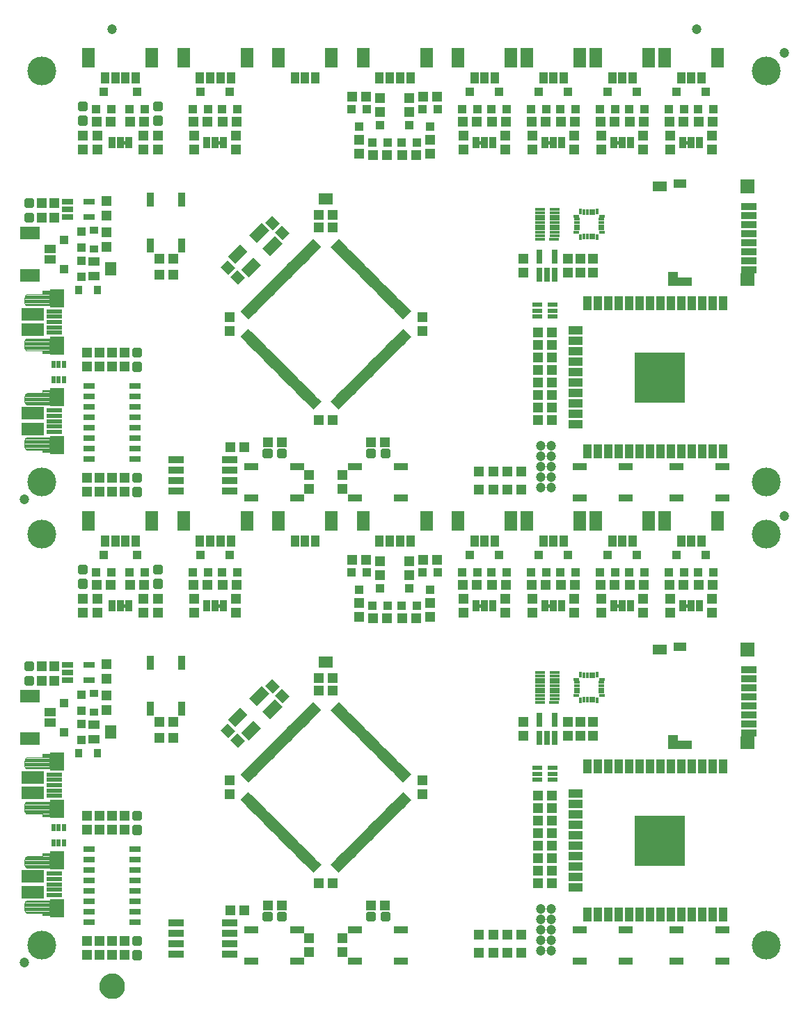
<source format=gts>
G75*
%MOIN*%
%OFA0B0*%
%FSLAX25Y25*%
%IPPOS*%
%LPD*%
%AMOC8*
5,1,8,0,0,1.08239X$1,22.5*
%
%ADD10R,0.05131X0.04737*%
%ADD11R,0.07690X0.02375*%
%ADD12R,0.06548X0.08674*%
%ADD13R,0.10643X0.06410*%
%ADD14C,0.00400*%
%ADD15R,0.07690X0.03556*%
%ADD16R,0.06706X0.06706*%
%ADD17R,0.06706X0.05918*%
%ADD18R,0.06706X0.03950*%
%ADD19R,0.06312X0.03950*%
%ADD20R,0.04737X0.06509*%
%ADD21R,0.06902X0.04737*%
%ADD22R,0.01981X0.03398*%
%ADD23R,0.01981X0.05524*%
%ADD24R,0.04343X0.06706*%
%ADD25R,0.06706X0.04343*%
%ADD26R,0.24422X0.24422*%
%ADD27R,0.01784X0.02749*%
%ADD28R,0.01784X0.03162*%
%ADD29R,0.02749X0.01784*%
%ADD30R,0.03162X0.01784*%
%ADD31R,0.01783X0.00409*%
%ADD32R,0.00409X0.01783*%
%ADD33R,0.04737X0.05131*%
%ADD34R,0.03000X0.07000*%
%ADD35R,0.03950X0.04343*%
%ADD36R,0.03300X0.05800*%
%ADD37C,0.00500*%
%ADD38R,0.03950X0.05524*%
%ADD39R,0.05918X0.09265*%
%ADD40R,0.05524X0.02965*%
%ADD41C,0.04737*%
%ADD42R,0.03800X0.06800*%
%ADD43R,0.06800X0.03800*%
%ADD44C,0.01990*%
%ADD45R,0.05524X0.03950*%
%ADD46R,0.09265X0.05918*%
%ADD47R,0.04343X0.03950*%
%ADD48R,0.05800X0.03300*%
%ADD49R,0.03280X0.04068*%
%ADD50R,0.04068X0.03280*%
%ADD51R,0.04737X0.01981*%
%ADD52R,0.04737X0.02178*%
%ADD53R,0.05131X0.01587*%
%ADD54R,0.04737X0.01587*%
%ADD55R,0.08280X0.05131*%
%ADD56C,0.13800*%
%ADD57R,0.05524X0.03162*%
%ADD58R,0.07500X0.03200*%
%ADD59C,0.05000*%
%ADD60C,0.06706*%
D10*
X0148404Y0056500D03*
X0155096Y0056500D03*
X0166404Y0059000D03*
X0173096Y0059000D03*
X0190904Y0069500D03*
X0197596Y0069500D03*
X0215904Y0059000D03*
X0222596Y0059000D03*
X0267654Y0044750D03*
X0267654Y0036250D03*
X0274346Y0036250D03*
X0281154Y0036250D03*
X0287846Y0036250D03*
X0287846Y0044750D03*
X0281154Y0044750D03*
X0274346Y0044750D03*
X0295904Y0069500D03*
X0302596Y0069500D03*
X0302596Y0075500D03*
X0302596Y0081500D03*
X0302596Y0087500D03*
X0302596Y0093500D03*
X0302596Y0099500D03*
X0295904Y0099500D03*
X0295904Y0093500D03*
X0295904Y0087500D03*
X0295904Y0081500D03*
X0295904Y0075500D03*
X0295904Y0105500D03*
X0295904Y0111500D03*
X0302596Y0111500D03*
X0302596Y0105500D03*
X0237596Y0196500D03*
X0230904Y0196500D03*
X0223596Y0196500D03*
X0216904Y0196500D03*
X0213596Y0224500D03*
X0206904Y0224500D03*
X0240904Y0224500D03*
X0247596Y0224500D03*
X0259904Y0212500D03*
X0266596Y0212500D03*
X0273904Y0212500D03*
X0280596Y0212500D03*
X0292904Y0212500D03*
X0299596Y0212500D03*
X0306904Y0212500D03*
X0313596Y0212500D03*
X0325904Y0212500D03*
X0332596Y0212500D03*
X0339904Y0212500D03*
X0346596Y0212500D03*
X0358904Y0212500D03*
X0365596Y0212500D03*
X0372904Y0212500D03*
X0379596Y0212500D03*
X0302596Y0291500D03*
X0302596Y0297500D03*
X0302596Y0303500D03*
X0295904Y0303500D03*
X0295904Y0297500D03*
X0295904Y0291500D03*
X0295904Y0309500D03*
X0295904Y0315500D03*
X0295904Y0321500D03*
X0295904Y0327500D03*
X0295904Y0333500D03*
X0302596Y0333500D03*
X0302596Y0327500D03*
X0302596Y0321500D03*
X0302596Y0315500D03*
X0302596Y0309500D03*
X0287846Y0266750D03*
X0281154Y0266750D03*
X0274346Y0266750D03*
X0267654Y0266750D03*
X0267654Y0258250D03*
X0274346Y0258250D03*
X0281154Y0258250D03*
X0287846Y0258250D03*
X0222596Y0281000D03*
X0215904Y0281000D03*
X0197596Y0291500D03*
X0190904Y0291500D03*
X0173096Y0281000D03*
X0166404Y0281000D03*
X0155096Y0278500D03*
X0148404Y0278500D03*
X0151596Y0212500D03*
X0144904Y0212500D03*
X0137596Y0212500D03*
X0130904Y0212500D03*
X0107096Y0212500D03*
X0100404Y0212500D03*
X0091096Y0212500D03*
X0084404Y0212500D03*
X0114404Y0146750D03*
X0121096Y0146750D03*
X0121096Y0139250D03*
X0114404Y0139250D03*
G36*
X0147525Y0139311D02*
X0143898Y0142938D01*
X0147247Y0146287D01*
X0150874Y0142660D01*
X0147525Y0139311D01*
G37*
G36*
X0152258Y0134578D02*
X0148631Y0138205D01*
X0151980Y0141554D01*
X0155607Y0137927D01*
X0152258Y0134578D01*
G37*
G36*
X0173193Y0162767D02*
X0176820Y0159140D01*
X0173471Y0155791D01*
X0169844Y0159418D01*
X0173193Y0162767D01*
G37*
G36*
X0168460Y0167500D02*
X0172087Y0163873D01*
X0168738Y0160524D01*
X0165111Y0164151D01*
X0168460Y0167500D01*
G37*
X0190904Y0168000D03*
X0190904Y0161800D03*
X0197596Y0161800D03*
X0197596Y0168000D03*
G36*
X0152258Y0356578D02*
X0148631Y0360205D01*
X0151980Y0363554D01*
X0155607Y0359927D01*
X0152258Y0356578D01*
G37*
G36*
X0147525Y0361311D02*
X0143898Y0364938D01*
X0147247Y0368287D01*
X0150874Y0364660D01*
X0147525Y0361311D01*
G37*
X0121096Y0361250D03*
X0114404Y0361250D03*
X0114404Y0368750D03*
X0121096Y0368750D03*
G36*
X0168460Y0389500D02*
X0172087Y0385873D01*
X0168738Y0382524D01*
X0165111Y0386151D01*
X0168460Y0389500D01*
G37*
G36*
X0173193Y0384767D02*
X0176820Y0381140D01*
X0173471Y0377791D01*
X0169844Y0381418D01*
X0173193Y0384767D01*
G37*
X0190904Y0383800D03*
X0197596Y0383800D03*
X0197596Y0390000D03*
X0190904Y0390000D03*
X0216904Y0418500D03*
X0223596Y0418500D03*
X0230904Y0418500D03*
X0237596Y0418500D03*
X0259904Y0434500D03*
X0266596Y0434500D03*
X0273904Y0434500D03*
X0280596Y0434500D03*
X0292904Y0434500D03*
X0299596Y0434500D03*
X0306904Y0434500D03*
X0313596Y0434500D03*
X0325904Y0434500D03*
X0332596Y0434500D03*
X0339904Y0434500D03*
X0346596Y0434500D03*
X0358904Y0434500D03*
X0365596Y0434500D03*
X0372904Y0434500D03*
X0379596Y0434500D03*
X0247596Y0446500D03*
X0240904Y0446500D03*
X0213596Y0446500D03*
X0206904Y0446500D03*
X0151596Y0434500D03*
X0144904Y0434500D03*
X0137596Y0434500D03*
X0130904Y0434500D03*
X0107096Y0434500D03*
X0100404Y0434500D03*
X0091096Y0434500D03*
X0084404Y0434500D03*
D11*
X0064250Y0343618D03*
X0064250Y0341059D03*
X0064250Y0338500D03*
X0064250Y0335941D03*
X0064250Y0333382D03*
X0064250Y0296118D03*
X0064250Y0293559D03*
X0064250Y0291000D03*
X0064250Y0288441D03*
X0064250Y0285882D03*
X0064250Y0121618D03*
X0064250Y0119059D03*
X0064250Y0116500D03*
X0064250Y0113941D03*
X0064250Y0111382D03*
X0064250Y0074118D03*
X0064250Y0071559D03*
X0064250Y0069000D03*
X0064250Y0066441D03*
X0064250Y0063882D03*
D12*
X0065333Y0057583D03*
X0065333Y0080417D03*
X0065333Y0105083D03*
X0065333Y0127917D03*
X0065333Y0279583D03*
X0065333Y0302417D03*
X0065333Y0327083D03*
X0065333Y0349917D03*
D13*
X0053719Y0342289D03*
X0053719Y0334711D03*
X0053719Y0294789D03*
X0053719Y0287211D03*
X0053719Y0120289D03*
X0053719Y0112711D03*
X0053719Y0072789D03*
X0053719Y0065211D03*
D14*
X0051159Y0061126D02*
X0061789Y0061126D01*
X0061789Y0054039D01*
X0058640Y0054039D01*
X0058640Y0055220D01*
X0051159Y0055220D01*
X0050858Y0055299D01*
X0050581Y0055442D01*
X0050343Y0055644D01*
X0050156Y0055893D01*
X0050029Y0056178D01*
X0049969Y0056484D01*
X0049978Y0056795D01*
X0049978Y0059945D01*
X0050008Y0060208D01*
X0050095Y0060457D01*
X0050236Y0060681D01*
X0050423Y0060868D01*
X0050647Y0061009D01*
X0050897Y0061096D01*
X0051159Y0061126D01*
X0050334Y0060779D02*
X0061789Y0060779D01*
X0061789Y0060381D02*
X0050069Y0060381D01*
X0049983Y0059982D02*
X0061789Y0059982D01*
X0061789Y0059584D02*
X0049978Y0059584D01*
X0049978Y0059185D02*
X0061789Y0059185D01*
X0061789Y0058787D02*
X0049978Y0058787D01*
X0049978Y0058388D02*
X0061789Y0058388D01*
X0061789Y0057990D02*
X0049978Y0057990D01*
X0049978Y0057591D02*
X0061789Y0057591D01*
X0061789Y0057193D02*
X0049978Y0057193D01*
X0049978Y0056794D02*
X0061789Y0056794D01*
X0061789Y0056396D02*
X0049986Y0056396D01*
X0050110Y0055997D02*
X0061789Y0055997D01*
X0061789Y0055599D02*
X0050396Y0055599D01*
X0058640Y0055200D02*
X0061789Y0055200D01*
X0061789Y0054802D02*
X0058640Y0054802D01*
X0058640Y0054403D02*
X0061789Y0054403D01*
X0061789Y0076874D02*
X0051553Y0076874D01*
X0051242Y0076865D01*
X0050936Y0076925D01*
X0050651Y0077052D01*
X0050402Y0077239D01*
X0050200Y0077477D01*
X0050057Y0077753D01*
X0049978Y0078055D01*
X0049978Y0080811D01*
X0050018Y0081161D01*
X0050134Y0081494D01*
X0050322Y0081793D01*
X0050571Y0082042D01*
X0050870Y0082230D01*
X0051203Y0082346D01*
X0051553Y0082386D01*
X0058640Y0082386D01*
X0058640Y0083961D01*
X0061789Y0083961D01*
X0061789Y0076874D01*
X0061789Y0077118D02*
X0050562Y0077118D01*
X0050179Y0077517D02*
X0061789Y0077517D01*
X0061789Y0077915D02*
X0050015Y0077915D01*
X0049978Y0078314D02*
X0061789Y0078314D01*
X0061789Y0078712D02*
X0049978Y0078712D01*
X0049978Y0079111D02*
X0061789Y0079111D01*
X0061789Y0079509D02*
X0049978Y0079509D01*
X0049978Y0079908D02*
X0061789Y0079908D01*
X0061789Y0080306D02*
X0049978Y0080306D01*
X0049978Y0080705D02*
X0061789Y0080705D01*
X0061789Y0081103D02*
X0050011Y0081103D01*
X0050139Y0081502D02*
X0061789Y0081502D01*
X0061789Y0081901D02*
X0050430Y0081901D01*
X0051067Y0082299D02*
X0061789Y0082299D01*
X0061789Y0082698D02*
X0058640Y0082698D01*
X0058640Y0083096D02*
X0061789Y0083096D01*
X0061789Y0083495D02*
X0058640Y0083495D01*
X0058640Y0083893D02*
X0061789Y0083893D01*
X0061789Y0101539D02*
X0058640Y0101539D01*
X0058640Y0102720D01*
X0051159Y0102720D01*
X0050858Y0102799D01*
X0050581Y0102942D01*
X0050343Y0103144D01*
X0050156Y0103393D01*
X0050029Y0103678D01*
X0049969Y0103984D01*
X0049978Y0104295D01*
X0049978Y0107445D01*
X0050008Y0107708D01*
X0050095Y0107957D01*
X0050236Y0108181D01*
X0050423Y0108368D01*
X0050647Y0108509D01*
X0050897Y0108596D01*
X0051159Y0108626D01*
X0061789Y0108626D01*
X0061789Y0101539D01*
X0061789Y0101826D02*
X0058640Y0101826D01*
X0058640Y0102225D02*
X0061789Y0102225D01*
X0061789Y0102623D02*
X0058640Y0102623D01*
X0061789Y0103022D02*
X0050488Y0103022D01*
X0050144Y0103420D02*
X0061789Y0103420D01*
X0061789Y0103819D02*
X0050002Y0103819D01*
X0049976Y0104217D02*
X0061789Y0104217D01*
X0061789Y0104616D02*
X0049978Y0104616D01*
X0049978Y0105014D02*
X0061789Y0105014D01*
X0061789Y0105413D02*
X0049978Y0105413D01*
X0049978Y0105811D02*
X0061789Y0105811D01*
X0061789Y0106210D02*
X0049978Y0106210D01*
X0049978Y0106608D02*
X0061789Y0106608D01*
X0061789Y0107007D02*
X0049978Y0107007D01*
X0049978Y0107405D02*
X0061789Y0107405D01*
X0061789Y0107804D02*
X0050042Y0107804D01*
X0050257Y0108202D02*
X0061789Y0108202D01*
X0061789Y0108601D02*
X0050936Y0108601D01*
X0051242Y0124365D02*
X0050936Y0124425D01*
X0050651Y0124552D01*
X0050402Y0124739D01*
X0050200Y0124977D01*
X0050057Y0125253D01*
X0049978Y0125555D01*
X0049978Y0128311D01*
X0050018Y0128661D01*
X0050134Y0128994D01*
X0050322Y0129293D01*
X0050571Y0129542D01*
X0050870Y0129730D01*
X0051203Y0129846D01*
X0051553Y0129886D01*
X0058640Y0129886D01*
X0058640Y0131461D01*
X0061789Y0131461D01*
X0061789Y0124374D01*
X0051553Y0124374D01*
X0051242Y0124365D01*
X0050675Y0124541D02*
X0061789Y0124541D01*
X0061789Y0124940D02*
X0050232Y0124940D01*
X0050035Y0125338D02*
X0061789Y0125338D01*
X0061789Y0125737D02*
X0049978Y0125737D01*
X0049978Y0126135D02*
X0061789Y0126135D01*
X0061789Y0126534D02*
X0049978Y0126534D01*
X0049978Y0126932D02*
X0061789Y0126932D01*
X0061789Y0127331D02*
X0049978Y0127331D01*
X0049978Y0127729D02*
X0061789Y0127729D01*
X0061789Y0128128D02*
X0049978Y0128128D01*
X0050003Y0128526D02*
X0061789Y0128526D01*
X0061789Y0128925D02*
X0050110Y0128925D01*
X0050352Y0129323D02*
X0061789Y0129323D01*
X0061789Y0129722D02*
X0050857Y0129722D01*
X0058640Y0130120D02*
X0061789Y0130120D01*
X0061789Y0130519D02*
X0058640Y0130519D01*
X0058640Y0130917D02*
X0061789Y0130917D01*
X0061789Y0131316D02*
X0058640Y0131316D01*
X0058640Y0276039D02*
X0058640Y0277220D01*
X0051159Y0277220D01*
X0050858Y0277299D01*
X0050581Y0277442D01*
X0050343Y0277644D01*
X0050156Y0277893D01*
X0050029Y0278178D01*
X0049969Y0278484D01*
X0049978Y0278795D01*
X0049978Y0281945D01*
X0050008Y0282208D01*
X0050095Y0282457D01*
X0050236Y0282681D01*
X0050423Y0282868D01*
X0050647Y0283009D01*
X0050897Y0283096D01*
X0051159Y0283126D01*
X0061789Y0283126D01*
X0061789Y0276039D01*
X0058640Y0276039D01*
X0058640Y0276374D02*
X0061789Y0276374D01*
X0061789Y0276773D02*
X0058640Y0276773D01*
X0058640Y0277171D02*
X0061789Y0277171D01*
X0061789Y0277570D02*
X0050431Y0277570D01*
X0050123Y0277968D02*
X0061789Y0277968D01*
X0061789Y0278367D02*
X0049992Y0278367D01*
X0049977Y0278765D02*
X0061789Y0278765D01*
X0061789Y0279164D02*
X0049978Y0279164D01*
X0049978Y0279562D02*
X0061789Y0279562D01*
X0061789Y0279961D02*
X0049978Y0279961D01*
X0049978Y0280359D02*
X0061789Y0280359D01*
X0061789Y0280758D02*
X0049978Y0280758D01*
X0049978Y0281156D02*
X0061789Y0281156D01*
X0061789Y0281555D02*
X0049978Y0281555D01*
X0049979Y0281953D02*
X0061789Y0281953D01*
X0061789Y0282352D02*
X0050058Y0282352D01*
X0050305Y0282750D02*
X0061789Y0282750D01*
X0061789Y0298874D02*
X0051553Y0298874D01*
X0051242Y0298865D01*
X0050936Y0298925D01*
X0050651Y0299052D01*
X0050402Y0299239D01*
X0050200Y0299477D01*
X0050057Y0299753D01*
X0049978Y0300055D01*
X0049978Y0302811D01*
X0050018Y0303161D01*
X0050134Y0303494D01*
X0050322Y0303793D01*
X0050571Y0304042D01*
X0050870Y0304230D01*
X0051203Y0304346D01*
X0051553Y0304386D01*
X0058640Y0304386D01*
X0058640Y0305961D01*
X0061789Y0305961D01*
X0061789Y0298874D01*
X0061789Y0299089D02*
X0050601Y0299089D01*
X0050195Y0299488D02*
X0061789Y0299488D01*
X0061789Y0299886D02*
X0050022Y0299886D01*
X0049978Y0300285D02*
X0061789Y0300285D01*
X0061789Y0300683D02*
X0049978Y0300683D01*
X0049978Y0301082D02*
X0061789Y0301082D01*
X0061789Y0301480D02*
X0049978Y0301480D01*
X0049978Y0301879D02*
X0061789Y0301879D01*
X0061789Y0302277D02*
X0049978Y0302277D01*
X0049978Y0302676D02*
X0061789Y0302676D01*
X0061789Y0303074D02*
X0050008Y0303074D01*
X0050127Y0303473D02*
X0061789Y0303473D01*
X0061789Y0303871D02*
X0050400Y0303871D01*
X0050984Y0304270D02*
X0061789Y0304270D01*
X0061789Y0304668D02*
X0058640Y0304668D01*
X0058640Y0305067D02*
X0061789Y0305067D01*
X0061789Y0305465D02*
X0058640Y0305465D01*
X0058640Y0305864D02*
X0061789Y0305864D01*
X0061789Y0323539D02*
X0058640Y0323539D01*
X0058640Y0324720D01*
X0051159Y0324720D01*
X0050858Y0324799D01*
X0050581Y0324942D01*
X0050343Y0325144D01*
X0050156Y0325393D01*
X0050029Y0325678D01*
X0049969Y0325984D01*
X0049978Y0326295D01*
X0049978Y0329445D01*
X0050008Y0329708D01*
X0050095Y0329957D01*
X0050236Y0330181D01*
X0050423Y0330368D01*
X0050647Y0330509D01*
X0050897Y0330596D01*
X0051159Y0330626D01*
X0061789Y0330626D01*
X0061789Y0323539D01*
X0061789Y0323797D02*
X0058640Y0323797D01*
X0058640Y0324195D02*
X0061789Y0324195D01*
X0061789Y0324594D02*
X0058640Y0324594D01*
X0061789Y0324992D02*
X0050522Y0324992D01*
X0050158Y0325391D02*
X0061789Y0325391D01*
X0061789Y0325789D02*
X0050007Y0325789D01*
X0049975Y0326188D02*
X0061789Y0326188D01*
X0061789Y0326586D02*
X0049978Y0326586D01*
X0049978Y0326985D02*
X0061789Y0326985D01*
X0061789Y0327383D02*
X0049978Y0327383D01*
X0049978Y0327782D02*
X0061789Y0327782D01*
X0061789Y0328181D02*
X0049978Y0328181D01*
X0049978Y0328579D02*
X0061789Y0328579D01*
X0061789Y0328978D02*
X0049978Y0328978D01*
X0049978Y0329376D02*
X0061789Y0329376D01*
X0061789Y0329775D02*
X0050031Y0329775D01*
X0050231Y0330173D02*
X0061789Y0330173D01*
X0061789Y0330572D02*
X0050826Y0330572D01*
X0051242Y0346365D02*
X0050936Y0346425D01*
X0050651Y0346552D01*
X0050402Y0346739D01*
X0050200Y0346977D01*
X0050057Y0347253D01*
X0049978Y0347555D01*
X0049978Y0350311D01*
X0050018Y0350661D01*
X0050134Y0350994D01*
X0050322Y0351293D01*
X0050571Y0351542D01*
X0050870Y0351730D01*
X0051203Y0351846D01*
X0051553Y0351886D01*
X0058640Y0351886D01*
X0058640Y0353461D01*
X0061789Y0353461D01*
X0061789Y0346374D01*
X0051553Y0346374D01*
X0051242Y0346365D01*
X0050741Y0346512D02*
X0061789Y0346512D01*
X0061789Y0346911D02*
X0050256Y0346911D01*
X0050042Y0347309D02*
X0061789Y0347309D01*
X0061789Y0347708D02*
X0049978Y0347708D01*
X0049978Y0348106D02*
X0061789Y0348106D01*
X0061789Y0348505D02*
X0049978Y0348505D01*
X0049978Y0348903D02*
X0061789Y0348903D01*
X0061789Y0349302D02*
X0049978Y0349302D01*
X0049978Y0349700D02*
X0061789Y0349700D01*
X0061789Y0350099D02*
X0049978Y0350099D01*
X0049999Y0350497D02*
X0061789Y0350497D01*
X0061789Y0350896D02*
X0050100Y0350896D01*
X0050323Y0351294D02*
X0061789Y0351294D01*
X0061789Y0351693D02*
X0050811Y0351693D01*
X0058640Y0352091D02*
X0061789Y0352091D01*
X0061789Y0352490D02*
X0058640Y0352490D01*
X0058640Y0352888D02*
X0061789Y0352888D01*
X0061789Y0353287D02*
X0058640Y0353287D01*
D15*
X0396695Y0363500D03*
X0396695Y0367831D03*
X0396695Y0372161D03*
X0396695Y0376492D03*
X0396695Y0380823D03*
X0396695Y0385154D03*
X0396695Y0389484D03*
X0396695Y0393815D03*
X0396695Y0171815D03*
X0396695Y0167484D03*
X0396695Y0163154D03*
X0396695Y0158823D03*
X0396695Y0154492D03*
X0396695Y0150161D03*
X0396695Y0145831D03*
X0396695Y0141500D03*
D16*
X0396203Y0181461D03*
X0396203Y0403461D03*
D17*
X0396203Y0358776D03*
X0396203Y0136776D03*
D18*
X0366281Y0135693D03*
X0366281Y0357693D03*
D19*
X0363722Y0404740D03*
X0363722Y0182740D03*
D20*
X0360376Y0137071D03*
X0360376Y0359071D03*
D21*
X0354175Y0403461D03*
X0354175Y0181461D03*
D22*
X0068809Y0096122D03*
X0066250Y0096122D03*
X0063691Y0096122D03*
X0063691Y0088878D03*
X0066250Y0088878D03*
X0068809Y0088878D03*
X0068809Y0310878D03*
X0066250Y0310878D03*
X0063691Y0310878D03*
X0063691Y0318122D03*
X0066250Y0318122D03*
X0068809Y0318122D03*
D23*
G36*
X0154720Y0330025D02*
X0153319Y0331426D01*
X0157224Y0335331D01*
X0158625Y0333930D01*
X0154720Y0330025D01*
G37*
G36*
X0156112Y0328633D02*
X0154711Y0330034D01*
X0158616Y0333939D01*
X0160017Y0332538D01*
X0156112Y0328633D01*
G37*
G36*
X0157503Y0327241D02*
X0156102Y0328642D01*
X0160007Y0332547D01*
X0161408Y0331146D01*
X0157503Y0327241D01*
G37*
G36*
X0158895Y0325849D02*
X0157494Y0327250D01*
X0161399Y0331155D01*
X0162800Y0329754D01*
X0158895Y0325849D01*
G37*
G36*
X0160287Y0324457D02*
X0158886Y0325858D01*
X0162791Y0329763D01*
X0164192Y0328362D01*
X0160287Y0324457D01*
G37*
G36*
X0161679Y0323065D02*
X0160278Y0324466D01*
X0164183Y0328371D01*
X0165584Y0326970D01*
X0161679Y0323065D01*
G37*
G36*
X0163071Y0321674D02*
X0161670Y0323075D01*
X0165575Y0326980D01*
X0166976Y0325579D01*
X0163071Y0321674D01*
G37*
G36*
X0164463Y0320282D02*
X0163062Y0321683D01*
X0166967Y0325588D01*
X0168368Y0324187D01*
X0164463Y0320282D01*
G37*
G36*
X0165855Y0318890D02*
X0164454Y0320291D01*
X0168359Y0324196D01*
X0169760Y0322795D01*
X0165855Y0318890D01*
G37*
G36*
X0167247Y0317498D02*
X0165846Y0318899D01*
X0169751Y0322804D01*
X0171152Y0321403D01*
X0167247Y0317498D01*
G37*
G36*
X0168639Y0316106D02*
X0167238Y0317507D01*
X0171143Y0321412D01*
X0172544Y0320011D01*
X0168639Y0316106D01*
G37*
G36*
X0170031Y0314714D02*
X0168630Y0316115D01*
X0172535Y0320020D01*
X0173936Y0318619D01*
X0170031Y0314714D01*
G37*
G36*
X0171423Y0313322D02*
X0170022Y0314723D01*
X0173927Y0318628D01*
X0175328Y0317227D01*
X0171423Y0313322D01*
G37*
G36*
X0172815Y0311930D02*
X0171414Y0313331D01*
X0175319Y0317236D01*
X0176720Y0315835D01*
X0172815Y0311930D01*
G37*
G36*
X0174207Y0310538D02*
X0172806Y0311939D01*
X0176711Y0315844D01*
X0178112Y0314443D01*
X0174207Y0310538D01*
G37*
G36*
X0175599Y0309146D02*
X0174198Y0310547D01*
X0178103Y0314452D01*
X0179504Y0313051D01*
X0175599Y0309146D01*
G37*
G36*
X0176991Y0307754D02*
X0175590Y0309155D01*
X0179495Y0313060D01*
X0180896Y0311659D01*
X0176991Y0307754D01*
G37*
G36*
X0178383Y0306362D02*
X0176982Y0307763D01*
X0180887Y0311668D01*
X0182288Y0310267D01*
X0178383Y0306362D01*
G37*
G36*
X0179775Y0304970D02*
X0178374Y0306371D01*
X0182279Y0310276D01*
X0183680Y0308875D01*
X0179775Y0304970D01*
G37*
G36*
X0181166Y0303578D02*
X0179765Y0304979D01*
X0183670Y0308884D01*
X0185071Y0307483D01*
X0181166Y0303578D01*
G37*
G36*
X0182558Y0302186D02*
X0181157Y0303587D01*
X0185062Y0307492D01*
X0186463Y0306091D01*
X0182558Y0302186D01*
G37*
G36*
X0183950Y0300794D02*
X0182549Y0302195D01*
X0186454Y0306100D01*
X0187855Y0304699D01*
X0183950Y0300794D01*
G37*
G36*
X0185342Y0299402D02*
X0183941Y0300803D01*
X0187846Y0304708D01*
X0189247Y0303307D01*
X0185342Y0299402D01*
G37*
G36*
X0186734Y0298011D02*
X0185333Y0299412D01*
X0189238Y0303317D01*
X0190639Y0301916D01*
X0186734Y0298011D01*
G37*
G36*
X0188126Y0296619D02*
X0186725Y0298020D01*
X0190630Y0301925D01*
X0192031Y0300524D01*
X0188126Y0296619D01*
G37*
G36*
X0201775Y0298020D02*
X0200374Y0296619D01*
X0196469Y0300524D01*
X0197870Y0301925D01*
X0201775Y0298020D01*
G37*
G36*
X0203167Y0299412D02*
X0201766Y0298011D01*
X0197861Y0301916D01*
X0199262Y0303317D01*
X0203167Y0299412D01*
G37*
G36*
X0204559Y0300803D02*
X0203158Y0299402D01*
X0199253Y0303307D01*
X0200654Y0304708D01*
X0204559Y0300803D01*
G37*
G36*
X0205951Y0302195D02*
X0204550Y0300794D01*
X0200645Y0304699D01*
X0202046Y0306100D01*
X0205951Y0302195D01*
G37*
G36*
X0207343Y0303587D02*
X0205942Y0302186D01*
X0202037Y0306091D01*
X0203438Y0307492D01*
X0207343Y0303587D01*
G37*
G36*
X0208735Y0304979D02*
X0207334Y0303578D01*
X0203429Y0307483D01*
X0204830Y0308884D01*
X0208735Y0304979D01*
G37*
G36*
X0210126Y0306371D02*
X0208725Y0304970D01*
X0204820Y0308875D01*
X0206221Y0310276D01*
X0210126Y0306371D01*
G37*
G36*
X0211518Y0307763D02*
X0210117Y0306362D01*
X0206212Y0310267D01*
X0207613Y0311668D01*
X0211518Y0307763D01*
G37*
G36*
X0212910Y0309155D02*
X0211509Y0307754D01*
X0207604Y0311659D01*
X0209005Y0313060D01*
X0212910Y0309155D01*
G37*
G36*
X0214302Y0310547D02*
X0212901Y0309146D01*
X0208996Y0313051D01*
X0210397Y0314452D01*
X0214302Y0310547D01*
G37*
G36*
X0215694Y0311939D02*
X0214293Y0310538D01*
X0210388Y0314443D01*
X0211789Y0315844D01*
X0215694Y0311939D01*
G37*
G36*
X0217086Y0313331D02*
X0215685Y0311930D01*
X0211780Y0315835D01*
X0213181Y0317236D01*
X0217086Y0313331D01*
G37*
G36*
X0218478Y0314723D02*
X0217077Y0313322D01*
X0213172Y0317227D01*
X0214573Y0318628D01*
X0218478Y0314723D01*
G37*
G36*
X0219870Y0316115D02*
X0218469Y0314714D01*
X0214564Y0318619D01*
X0215965Y0320020D01*
X0219870Y0316115D01*
G37*
G36*
X0221262Y0317507D02*
X0219861Y0316106D01*
X0215956Y0320011D01*
X0217357Y0321412D01*
X0221262Y0317507D01*
G37*
G36*
X0222654Y0318899D02*
X0221253Y0317498D01*
X0217348Y0321403D01*
X0218749Y0322804D01*
X0222654Y0318899D01*
G37*
G36*
X0224046Y0320291D02*
X0222645Y0318890D01*
X0218740Y0322795D01*
X0220141Y0324196D01*
X0224046Y0320291D01*
G37*
G36*
X0225438Y0321683D02*
X0224037Y0320282D01*
X0220132Y0324187D01*
X0221533Y0325588D01*
X0225438Y0321683D01*
G37*
G36*
X0226830Y0323075D02*
X0225429Y0321674D01*
X0221524Y0325579D01*
X0222925Y0326980D01*
X0226830Y0323075D01*
G37*
G36*
X0228222Y0324466D02*
X0226821Y0323065D01*
X0222916Y0326970D01*
X0224317Y0328371D01*
X0228222Y0324466D01*
G37*
G36*
X0229614Y0325858D02*
X0228213Y0324457D01*
X0224308Y0328362D01*
X0225709Y0329763D01*
X0229614Y0325858D01*
G37*
G36*
X0231006Y0327250D02*
X0229605Y0325849D01*
X0225700Y0329754D01*
X0227101Y0331155D01*
X0231006Y0327250D01*
G37*
G36*
X0232398Y0328642D02*
X0230997Y0327241D01*
X0227092Y0331146D01*
X0228493Y0332547D01*
X0232398Y0328642D01*
G37*
G36*
X0233789Y0330034D02*
X0232388Y0328633D01*
X0228483Y0332538D01*
X0229884Y0333939D01*
X0233789Y0330034D01*
G37*
G36*
X0235181Y0331426D02*
X0233780Y0330025D01*
X0229875Y0333930D01*
X0231276Y0335331D01*
X0235181Y0331426D01*
G37*
G36*
X0233780Y0345075D02*
X0235181Y0343674D01*
X0231276Y0339769D01*
X0229875Y0341170D01*
X0233780Y0345075D01*
G37*
G36*
X0232388Y0346467D02*
X0233789Y0345066D01*
X0229884Y0341161D01*
X0228483Y0342562D01*
X0232388Y0346467D01*
G37*
G36*
X0230997Y0347859D02*
X0232398Y0346458D01*
X0228493Y0342553D01*
X0227092Y0343954D01*
X0230997Y0347859D01*
G37*
G36*
X0229605Y0349251D02*
X0231006Y0347850D01*
X0227101Y0343945D01*
X0225700Y0345346D01*
X0229605Y0349251D01*
G37*
G36*
X0228213Y0350643D02*
X0229614Y0349242D01*
X0225709Y0345337D01*
X0224308Y0346738D01*
X0228213Y0350643D01*
G37*
G36*
X0226821Y0352035D02*
X0228222Y0350634D01*
X0224317Y0346729D01*
X0222916Y0348130D01*
X0226821Y0352035D01*
G37*
G36*
X0225429Y0353426D02*
X0226830Y0352025D01*
X0222925Y0348120D01*
X0221524Y0349521D01*
X0225429Y0353426D01*
G37*
G36*
X0224037Y0354818D02*
X0225438Y0353417D01*
X0221533Y0349512D01*
X0220132Y0350913D01*
X0224037Y0354818D01*
G37*
G36*
X0222645Y0356210D02*
X0224046Y0354809D01*
X0220141Y0350904D01*
X0218740Y0352305D01*
X0222645Y0356210D01*
G37*
G36*
X0221253Y0357602D02*
X0222654Y0356201D01*
X0218749Y0352296D01*
X0217348Y0353697D01*
X0221253Y0357602D01*
G37*
G36*
X0219861Y0358994D02*
X0221262Y0357593D01*
X0217357Y0353688D01*
X0215956Y0355089D01*
X0219861Y0358994D01*
G37*
G36*
X0218469Y0360386D02*
X0219870Y0358985D01*
X0215965Y0355080D01*
X0214564Y0356481D01*
X0218469Y0360386D01*
G37*
G36*
X0217077Y0361778D02*
X0218478Y0360377D01*
X0214573Y0356472D01*
X0213172Y0357873D01*
X0217077Y0361778D01*
G37*
G36*
X0215685Y0363170D02*
X0217086Y0361769D01*
X0213181Y0357864D01*
X0211780Y0359265D01*
X0215685Y0363170D01*
G37*
G36*
X0214293Y0364562D02*
X0215694Y0363161D01*
X0211789Y0359256D01*
X0210388Y0360657D01*
X0214293Y0364562D01*
G37*
G36*
X0212901Y0365954D02*
X0214302Y0364553D01*
X0210397Y0360648D01*
X0208996Y0362049D01*
X0212901Y0365954D01*
G37*
G36*
X0211509Y0367346D02*
X0212910Y0365945D01*
X0209005Y0362040D01*
X0207604Y0363441D01*
X0211509Y0367346D01*
G37*
G36*
X0210117Y0368738D02*
X0211518Y0367337D01*
X0207613Y0363432D01*
X0206212Y0364833D01*
X0210117Y0368738D01*
G37*
G36*
X0208725Y0370130D02*
X0210126Y0368729D01*
X0206221Y0364824D01*
X0204820Y0366225D01*
X0208725Y0370130D01*
G37*
G36*
X0207334Y0371522D02*
X0208735Y0370121D01*
X0204830Y0366216D01*
X0203429Y0367617D01*
X0207334Y0371522D01*
G37*
G36*
X0205942Y0372914D02*
X0207343Y0371513D01*
X0203438Y0367608D01*
X0202037Y0369009D01*
X0205942Y0372914D01*
G37*
G36*
X0204550Y0374306D02*
X0205951Y0372905D01*
X0202046Y0369000D01*
X0200645Y0370401D01*
X0204550Y0374306D01*
G37*
G36*
X0203158Y0375698D02*
X0204559Y0374297D01*
X0200654Y0370392D01*
X0199253Y0371793D01*
X0203158Y0375698D01*
G37*
G36*
X0201766Y0377089D02*
X0203167Y0375688D01*
X0199262Y0371783D01*
X0197861Y0373184D01*
X0201766Y0377089D01*
G37*
G36*
X0200374Y0378481D02*
X0201775Y0377080D01*
X0197870Y0373175D01*
X0196469Y0374576D01*
X0200374Y0378481D01*
G37*
G36*
X0186725Y0377080D02*
X0188126Y0378481D01*
X0192031Y0374576D01*
X0190630Y0373175D01*
X0186725Y0377080D01*
G37*
G36*
X0185333Y0375688D02*
X0186734Y0377089D01*
X0190639Y0373184D01*
X0189238Y0371783D01*
X0185333Y0375688D01*
G37*
G36*
X0183941Y0374297D02*
X0185342Y0375698D01*
X0189247Y0371793D01*
X0187846Y0370392D01*
X0183941Y0374297D01*
G37*
G36*
X0182549Y0372905D02*
X0183950Y0374306D01*
X0187855Y0370401D01*
X0186454Y0369000D01*
X0182549Y0372905D01*
G37*
G36*
X0181157Y0371513D02*
X0182558Y0372914D01*
X0186463Y0369009D01*
X0185062Y0367608D01*
X0181157Y0371513D01*
G37*
G36*
X0179765Y0370121D02*
X0181166Y0371522D01*
X0185071Y0367617D01*
X0183670Y0366216D01*
X0179765Y0370121D01*
G37*
G36*
X0178374Y0368729D02*
X0179775Y0370130D01*
X0183680Y0366225D01*
X0182279Y0364824D01*
X0178374Y0368729D01*
G37*
G36*
X0176982Y0367337D02*
X0178383Y0368738D01*
X0182288Y0364833D01*
X0180887Y0363432D01*
X0176982Y0367337D01*
G37*
G36*
X0175590Y0365945D02*
X0176991Y0367346D01*
X0180896Y0363441D01*
X0179495Y0362040D01*
X0175590Y0365945D01*
G37*
G36*
X0174198Y0364553D02*
X0175599Y0365954D01*
X0179504Y0362049D01*
X0178103Y0360648D01*
X0174198Y0364553D01*
G37*
G36*
X0172806Y0363161D02*
X0174207Y0364562D01*
X0178112Y0360657D01*
X0176711Y0359256D01*
X0172806Y0363161D01*
G37*
G36*
X0171414Y0361769D02*
X0172815Y0363170D01*
X0176720Y0359265D01*
X0175319Y0357864D01*
X0171414Y0361769D01*
G37*
G36*
X0170022Y0360377D02*
X0171423Y0361778D01*
X0175328Y0357873D01*
X0173927Y0356472D01*
X0170022Y0360377D01*
G37*
G36*
X0168630Y0358985D02*
X0170031Y0360386D01*
X0173936Y0356481D01*
X0172535Y0355080D01*
X0168630Y0358985D01*
G37*
G36*
X0167238Y0357593D02*
X0168639Y0358994D01*
X0172544Y0355089D01*
X0171143Y0353688D01*
X0167238Y0357593D01*
G37*
G36*
X0165846Y0356201D02*
X0167247Y0357602D01*
X0171152Y0353697D01*
X0169751Y0352296D01*
X0165846Y0356201D01*
G37*
G36*
X0164454Y0354809D02*
X0165855Y0356210D01*
X0169760Y0352305D01*
X0168359Y0350904D01*
X0164454Y0354809D01*
G37*
G36*
X0163062Y0353417D02*
X0164463Y0354818D01*
X0168368Y0350913D01*
X0166967Y0349512D01*
X0163062Y0353417D01*
G37*
G36*
X0161670Y0352025D02*
X0163071Y0353426D01*
X0166976Y0349521D01*
X0165575Y0348120D01*
X0161670Y0352025D01*
G37*
G36*
X0160278Y0350634D02*
X0161679Y0352035D01*
X0165584Y0348130D01*
X0164183Y0346729D01*
X0160278Y0350634D01*
G37*
G36*
X0158886Y0349242D02*
X0160287Y0350643D01*
X0164192Y0346738D01*
X0162791Y0345337D01*
X0158886Y0349242D01*
G37*
G36*
X0157494Y0347850D02*
X0158895Y0349251D01*
X0162800Y0345346D01*
X0161399Y0343945D01*
X0157494Y0347850D01*
G37*
G36*
X0156102Y0346458D02*
X0157503Y0347859D01*
X0161408Y0343954D01*
X0160007Y0342553D01*
X0156102Y0346458D01*
G37*
G36*
X0154711Y0345066D02*
X0156112Y0346467D01*
X0160017Y0342562D01*
X0158616Y0341161D01*
X0154711Y0345066D01*
G37*
G36*
X0153319Y0343674D02*
X0154720Y0345075D01*
X0158625Y0341170D01*
X0157224Y0339769D01*
X0153319Y0343674D01*
G37*
G36*
X0186725Y0155080D02*
X0188126Y0156481D01*
X0192031Y0152576D01*
X0190630Y0151175D01*
X0186725Y0155080D01*
G37*
G36*
X0185333Y0153688D02*
X0186734Y0155089D01*
X0190639Y0151184D01*
X0189238Y0149783D01*
X0185333Y0153688D01*
G37*
G36*
X0183941Y0152297D02*
X0185342Y0153698D01*
X0189247Y0149793D01*
X0187846Y0148392D01*
X0183941Y0152297D01*
G37*
G36*
X0182549Y0150905D02*
X0183950Y0152306D01*
X0187855Y0148401D01*
X0186454Y0147000D01*
X0182549Y0150905D01*
G37*
G36*
X0181157Y0149513D02*
X0182558Y0150914D01*
X0186463Y0147009D01*
X0185062Y0145608D01*
X0181157Y0149513D01*
G37*
G36*
X0179765Y0148121D02*
X0181166Y0149522D01*
X0185071Y0145617D01*
X0183670Y0144216D01*
X0179765Y0148121D01*
G37*
G36*
X0178374Y0146729D02*
X0179775Y0148130D01*
X0183680Y0144225D01*
X0182279Y0142824D01*
X0178374Y0146729D01*
G37*
G36*
X0176982Y0145337D02*
X0178383Y0146738D01*
X0182288Y0142833D01*
X0180887Y0141432D01*
X0176982Y0145337D01*
G37*
G36*
X0175590Y0143945D02*
X0176991Y0145346D01*
X0180896Y0141441D01*
X0179495Y0140040D01*
X0175590Y0143945D01*
G37*
G36*
X0174198Y0142553D02*
X0175599Y0143954D01*
X0179504Y0140049D01*
X0178103Y0138648D01*
X0174198Y0142553D01*
G37*
G36*
X0172806Y0141161D02*
X0174207Y0142562D01*
X0178112Y0138657D01*
X0176711Y0137256D01*
X0172806Y0141161D01*
G37*
G36*
X0171414Y0139769D02*
X0172815Y0141170D01*
X0176720Y0137265D01*
X0175319Y0135864D01*
X0171414Y0139769D01*
G37*
G36*
X0170022Y0138377D02*
X0171423Y0139778D01*
X0175328Y0135873D01*
X0173927Y0134472D01*
X0170022Y0138377D01*
G37*
G36*
X0168630Y0136985D02*
X0170031Y0138386D01*
X0173936Y0134481D01*
X0172535Y0133080D01*
X0168630Y0136985D01*
G37*
G36*
X0167238Y0135593D02*
X0168639Y0136994D01*
X0172544Y0133089D01*
X0171143Y0131688D01*
X0167238Y0135593D01*
G37*
G36*
X0165846Y0134201D02*
X0167247Y0135602D01*
X0171152Y0131697D01*
X0169751Y0130296D01*
X0165846Y0134201D01*
G37*
G36*
X0164454Y0132809D02*
X0165855Y0134210D01*
X0169760Y0130305D01*
X0168359Y0128904D01*
X0164454Y0132809D01*
G37*
G36*
X0163062Y0131417D02*
X0164463Y0132818D01*
X0168368Y0128913D01*
X0166967Y0127512D01*
X0163062Y0131417D01*
G37*
G36*
X0161670Y0130025D02*
X0163071Y0131426D01*
X0166976Y0127521D01*
X0165575Y0126120D01*
X0161670Y0130025D01*
G37*
G36*
X0160278Y0128634D02*
X0161679Y0130035D01*
X0165584Y0126130D01*
X0164183Y0124729D01*
X0160278Y0128634D01*
G37*
G36*
X0158886Y0127242D02*
X0160287Y0128643D01*
X0164192Y0124738D01*
X0162791Y0123337D01*
X0158886Y0127242D01*
G37*
G36*
X0157494Y0125850D02*
X0158895Y0127251D01*
X0162800Y0123346D01*
X0161399Y0121945D01*
X0157494Y0125850D01*
G37*
G36*
X0156102Y0124458D02*
X0157503Y0125859D01*
X0161408Y0121954D01*
X0160007Y0120553D01*
X0156102Y0124458D01*
G37*
G36*
X0154711Y0123066D02*
X0156112Y0124467D01*
X0160017Y0120562D01*
X0158616Y0119161D01*
X0154711Y0123066D01*
G37*
G36*
X0153319Y0121674D02*
X0154720Y0123075D01*
X0158625Y0119170D01*
X0157224Y0117769D01*
X0153319Y0121674D01*
G37*
G36*
X0154720Y0108025D02*
X0153319Y0109426D01*
X0157224Y0113331D01*
X0158625Y0111930D01*
X0154720Y0108025D01*
G37*
G36*
X0156112Y0106633D02*
X0154711Y0108034D01*
X0158616Y0111939D01*
X0160017Y0110538D01*
X0156112Y0106633D01*
G37*
G36*
X0157503Y0105241D02*
X0156102Y0106642D01*
X0160007Y0110547D01*
X0161408Y0109146D01*
X0157503Y0105241D01*
G37*
G36*
X0158895Y0103849D02*
X0157494Y0105250D01*
X0161399Y0109155D01*
X0162800Y0107754D01*
X0158895Y0103849D01*
G37*
G36*
X0160287Y0102457D02*
X0158886Y0103858D01*
X0162791Y0107763D01*
X0164192Y0106362D01*
X0160287Y0102457D01*
G37*
G36*
X0161679Y0101065D02*
X0160278Y0102466D01*
X0164183Y0106371D01*
X0165584Y0104970D01*
X0161679Y0101065D01*
G37*
G36*
X0163071Y0099674D02*
X0161670Y0101075D01*
X0165575Y0104980D01*
X0166976Y0103579D01*
X0163071Y0099674D01*
G37*
G36*
X0164463Y0098282D02*
X0163062Y0099683D01*
X0166967Y0103588D01*
X0168368Y0102187D01*
X0164463Y0098282D01*
G37*
G36*
X0165855Y0096890D02*
X0164454Y0098291D01*
X0168359Y0102196D01*
X0169760Y0100795D01*
X0165855Y0096890D01*
G37*
G36*
X0167247Y0095498D02*
X0165846Y0096899D01*
X0169751Y0100804D01*
X0171152Y0099403D01*
X0167247Y0095498D01*
G37*
G36*
X0168639Y0094106D02*
X0167238Y0095507D01*
X0171143Y0099412D01*
X0172544Y0098011D01*
X0168639Y0094106D01*
G37*
G36*
X0170031Y0092714D02*
X0168630Y0094115D01*
X0172535Y0098020D01*
X0173936Y0096619D01*
X0170031Y0092714D01*
G37*
G36*
X0171423Y0091322D02*
X0170022Y0092723D01*
X0173927Y0096628D01*
X0175328Y0095227D01*
X0171423Y0091322D01*
G37*
G36*
X0172815Y0089930D02*
X0171414Y0091331D01*
X0175319Y0095236D01*
X0176720Y0093835D01*
X0172815Y0089930D01*
G37*
G36*
X0174207Y0088538D02*
X0172806Y0089939D01*
X0176711Y0093844D01*
X0178112Y0092443D01*
X0174207Y0088538D01*
G37*
G36*
X0175599Y0087146D02*
X0174198Y0088547D01*
X0178103Y0092452D01*
X0179504Y0091051D01*
X0175599Y0087146D01*
G37*
G36*
X0176991Y0085754D02*
X0175590Y0087155D01*
X0179495Y0091060D01*
X0180896Y0089659D01*
X0176991Y0085754D01*
G37*
G36*
X0178383Y0084362D02*
X0176982Y0085763D01*
X0180887Y0089668D01*
X0182288Y0088267D01*
X0178383Y0084362D01*
G37*
G36*
X0179775Y0082970D02*
X0178374Y0084371D01*
X0182279Y0088276D01*
X0183680Y0086875D01*
X0179775Y0082970D01*
G37*
G36*
X0181166Y0081578D02*
X0179765Y0082979D01*
X0183670Y0086884D01*
X0185071Y0085483D01*
X0181166Y0081578D01*
G37*
G36*
X0182558Y0080186D02*
X0181157Y0081587D01*
X0185062Y0085492D01*
X0186463Y0084091D01*
X0182558Y0080186D01*
G37*
G36*
X0183950Y0078794D02*
X0182549Y0080195D01*
X0186454Y0084100D01*
X0187855Y0082699D01*
X0183950Y0078794D01*
G37*
G36*
X0185342Y0077402D02*
X0183941Y0078803D01*
X0187846Y0082708D01*
X0189247Y0081307D01*
X0185342Y0077402D01*
G37*
G36*
X0186734Y0076011D02*
X0185333Y0077412D01*
X0189238Y0081317D01*
X0190639Y0079916D01*
X0186734Y0076011D01*
G37*
G36*
X0188126Y0074619D02*
X0186725Y0076020D01*
X0190630Y0079925D01*
X0192031Y0078524D01*
X0188126Y0074619D01*
G37*
G36*
X0201775Y0076020D02*
X0200374Y0074619D01*
X0196469Y0078524D01*
X0197870Y0079925D01*
X0201775Y0076020D01*
G37*
G36*
X0203167Y0077412D02*
X0201766Y0076011D01*
X0197861Y0079916D01*
X0199262Y0081317D01*
X0203167Y0077412D01*
G37*
G36*
X0204559Y0078803D02*
X0203158Y0077402D01*
X0199253Y0081307D01*
X0200654Y0082708D01*
X0204559Y0078803D01*
G37*
G36*
X0205951Y0080195D02*
X0204550Y0078794D01*
X0200645Y0082699D01*
X0202046Y0084100D01*
X0205951Y0080195D01*
G37*
G36*
X0207343Y0081587D02*
X0205942Y0080186D01*
X0202037Y0084091D01*
X0203438Y0085492D01*
X0207343Y0081587D01*
G37*
G36*
X0208735Y0082979D02*
X0207334Y0081578D01*
X0203429Y0085483D01*
X0204830Y0086884D01*
X0208735Y0082979D01*
G37*
G36*
X0210126Y0084371D02*
X0208725Y0082970D01*
X0204820Y0086875D01*
X0206221Y0088276D01*
X0210126Y0084371D01*
G37*
G36*
X0211518Y0085763D02*
X0210117Y0084362D01*
X0206212Y0088267D01*
X0207613Y0089668D01*
X0211518Y0085763D01*
G37*
G36*
X0212910Y0087155D02*
X0211509Y0085754D01*
X0207604Y0089659D01*
X0209005Y0091060D01*
X0212910Y0087155D01*
G37*
G36*
X0214302Y0088547D02*
X0212901Y0087146D01*
X0208996Y0091051D01*
X0210397Y0092452D01*
X0214302Y0088547D01*
G37*
G36*
X0215694Y0089939D02*
X0214293Y0088538D01*
X0210388Y0092443D01*
X0211789Y0093844D01*
X0215694Y0089939D01*
G37*
G36*
X0217086Y0091331D02*
X0215685Y0089930D01*
X0211780Y0093835D01*
X0213181Y0095236D01*
X0217086Y0091331D01*
G37*
G36*
X0218478Y0092723D02*
X0217077Y0091322D01*
X0213172Y0095227D01*
X0214573Y0096628D01*
X0218478Y0092723D01*
G37*
G36*
X0219870Y0094115D02*
X0218469Y0092714D01*
X0214564Y0096619D01*
X0215965Y0098020D01*
X0219870Y0094115D01*
G37*
G36*
X0221262Y0095507D02*
X0219861Y0094106D01*
X0215956Y0098011D01*
X0217357Y0099412D01*
X0221262Y0095507D01*
G37*
G36*
X0222654Y0096899D02*
X0221253Y0095498D01*
X0217348Y0099403D01*
X0218749Y0100804D01*
X0222654Y0096899D01*
G37*
G36*
X0224046Y0098291D02*
X0222645Y0096890D01*
X0218740Y0100795D01*
X0220141Y0102196D01*
X0224046Y0098291D01*
G37*
G36*
X0225438Y0099683D02*
X0224037Y0098282D01*
X0220132Y0102187D01*
X0221533Y0103588D01*
X0225438Y0099683D01*
G37*
G36*
X0226830Y0101075D02*
X0225429Y0099674D01*
X0221524Y0103579D01*
X0222925Y0104980D01*
X0226830Y0101075D01*
G37*
G36*
X0228222Y0102466D02*
X0226821Y0101065D01*
X0222916Y0104970D01*
X0224317Y0106371D01*
X0228222Y0102466D01*
G37*
G36*
X0229614Y0103858D02*
X0228213Y0102457D01*
X0224308Y0106362D01*
X0225709Y0107763D01*
X0229614Y0103858D01*
G37*
G36*
X0231006Y0105250D02*
X0229605Y0103849D01*
X0225700Y0107754D01*
X0227101Y0109155D01*
X0231006Y0105250D01*
G37*
G36*
X0232398Y0106642D02*
X0230997Y0105241D01*
X0227092Y0109146D01*
X0228493Y0110547D01*
X0232398Y0106642D01*
G37*
G36*
X0233789Y0108034D02*
X0232388Y0106633D01*
X0228483Y0110538D01*
X0229884Y0111939D01*
X0233789Y0108034D01*
G37*
G36*
X0235181Y0109426D02*
X0233780Y0108025D01*
X0229875Y0111930D01*
X0231276Y0113331D01*
X0235181Y0109426D01*
G37*
G36*
X0233780Y0123075D02*
X0235181Y0121674D01*
X0231276Y0117769D01*
X0229875Y0119170D01*
X0233780Y0123075D01*
G37*
G36*
X0232388Y0124467D02*
X0233789Y0123066D01*
X0229884Y0119161D01*
X0228483Y0120562D01*
X0232388Y0124467D01*
G37*
G36*
X0230997Y0125859D02*
X0232398Y0124458D01*
X0228493Y0120553D01*
X0227092Y0121954D01*
X0230997Y0125859D01*
G37*
G36*
X0229605Y0127251D02*
X0231006Y0125850D01*
X0227101Y0121945D01*
X0225700Y0123346D01*
X0229605Y0127251D01*
G37*
G36*
X0228213Y0128643D02*
X0229614Y0127242D01*
X0225709Y0123337D01*
X0224308Y0124738D01*
X0228213Y0128643D01*
G37*
G36*
X0226821Y0130035D02*
X0228222Y0128634D01*
X0224317Y0124729D01*
X0222916Y0126130D01*
X0226821Y0130035D01*
G37*
G36*
X0225429Y0131426D02*
X0226830Y0130025D01*
X0222925Y0126120D01*
X0221524Y0127521D01*
X0225429Y0131426D01*
G37*
G36*
X0224037Y0132818D02*
X0225438Y0131417D01*
X0221533Y0127512D01*
X0220132Y0128913D01*
X0224037Y0132818D01*
G37*
G36*
X0222645Y0134210D02*
X0224046Y0132809D01*
X0220141Y0128904D01*
X0218740Y0130305D01*
X0222645Y0134210D01*
G37*
G36*
X0221253Y0135602D02*
X0222654Y0134201D01*
X0218749Y0130296D01*
X0217348Y0131697D01*
X0221253Y0135602D01*
G37*
G36*
X0219861Y0136994D02*
X0221262Y0135593D01*
X0217357Y0131688D01*
X0215956Y0133089D01*
X0219861Y0136994D01*
G37*
G36*
X0218469Y0138386D02*
X0219870Y0136985D01*
X0215965Y0133080D01*
X0214564Y0134481D01*
X0218469Y0138386D01*
G37*
G36*
X0217077Y0139778D02*
X0218478Y0138377D01*
X0214573Y0134472D01*
X0213172Y0135873D01*
X0217077Y0139778D01*
G37*
G36*
X0215685Y0141170D02*
X0217086Y0139769D01*
X0213181Y0135864D01*
X0211780Y0137265D01*
X0215685Y0141170D01*
G37*
G36*
X0214293Y0142562D02*
X0215694Y0141161D01*
X0211789Y0137256D01*
X0210388Y0138657D01*
X0214293Y0142562D01*
G37*
G36*
X0212901Y0143954D02*
X0214302Y0142553D01*
X0210397Y0138648D01*
X0208996Y0140049D01*
X0212901Y0143954D01*
G37*
G36*
X0211509Y0145346D02*
X0212910Y0143945D01*
X0209005Y0140040D01*
X0207604Y0141441D01*
X0211509Y0145346D01*
G37*
G36*
X0210117Y0146738D02*
X0211518Y0145337D01*
X0207613Y0141432D01*
X0206212Y0142833D01*
X0210117Y0146738D01*
G37*
G36*
X0208725Y0148130D02*
X0210126Y0146729D01*
X0206221Y0142824D01*
X0204820Y0144225D01*
X0208725Y0148130D01*
G37*
G36*
X0207334Y0149522D02*
X0208735Y0148121D01*
X0204830Y0144216D01*
X0203429Y0145617D01*
X0207334Y0149522D01*
G37*
G36*
X0205942Y0150914D02*
X0207343Y0149513D01*
X0203438Y0145608D01*
X0202037Y0147009D01*
X0205942Y0150914D01*
G37*
G36*
X0204550Y0152306D02*
X0205951Y0150905D01*
X0202046Y0147000D01*
X0200645Y0148401D01*
X0204550Y0152306D01*
G37*
G36*
X0203158Y0153698D02*
X0204559Y0152297D01*
X0200654Y0148392D01*
X0199253Y0149793D01*
X0203158Y0153698D01*
G37*
G36*
X0201766Y0155089D02*
X0203167Y0153688D01*
X0199262Y0149783D01*
X0197861Y0151184D01*
X0201766Y0155089D01*
G37*
G36*
X0200374Y0156481D02*
X0201775Y0155080D01*
X0197870Y0151175D01*
X0196469Y0152576D01*
X0200374Y0156481D01*
G37*
D24*
X0319565Y0125433D03*
X0324565Y0125433D03*
X0329565Y0125433D03*
X0334565Y0125433D03*
X0339565Y0125433D03*
X0344565Y0125433D03*
X0349565Y0125433D03*
X0354565Y0125433D03*
X0359565Y0125433D03*
X0364565Y0125433D03*
X0369565Y0125433D03*
X0374565Y0125433D03*
X0379565Y0125433D03*
X0384565Y0125433D03*
X0384565Y0054567D03*
X0379565Y0054567D03*
X0374565Y0054567D03*
X0369565Y0054567D03*
X0364565Y0054567D03*
X0359565Y0054567D03*
X0354565Y0054567D03*
X0349565Y0054567D03*
X0344565Y0054567D03*
X0339565Y0054567D03*
X0334565Y0054567D03*
X0329565Y0054567D03*
X0324565Y0054567D03*
X0319565Y0054567D03*
X0319565Y0276567D03*
X0324565Y0276567D03*
X0329565Y0276567D03*
X0334565Y0276567D03*
X0339565Y0276567D03*
X0344565Y0276567D03*
X0349565Y0276567D03*
X0354565Y0276567D03*
X0359565Y0276567D03*
X0364565Y0276567D03*
X0369565Y0276567D03*
X0374565Y0276567D03*
X0379565Y0276567D03*
X0384565Y0276567D03*
X0384565Y0347433D03*
X0379565Y0347433D03*
X0374565Y0347433D03*
X0369565Y0347433D03*
X0364565Y0347433D03*
X0359565Y0347433D03*
X0354565Y0347433D03*
X0349565Y0347433D03*
X0344565Y0347433D03*
X0339565Y0347433D03*
X0334565Y0347433D03*
X0329565Y0347433D03*
X0324565Y0347433D03*
X0319565Y0347433D03*
D25*
X0313699Y0334500D03*
X0313699Y0329500D03*
X0313699Y0324500D03*
X0313699Y0319500D03*
X0313699Y0314500D03*
X0313699Y0309500D03*
X0313699Y0304500D03*
X0313699Y0299500D03*
X0313699Y0294500D03*
X0313699Y0289500D03*
X0313699Y0112500D03*
X0313699Y0107500D03*
X0313699Y0102500D03*
X0313699Y0097500D03*
X0313699Y0092500D03*
X0313699Y0087500D03*
X0313699Y0082500D03*
X0313699Y0077500D03*
X0313699Y0072500D03*
X0313699Y0067500D03*
D26*
X0354250Y0090000D03*
X0354250Y0312000D03*
D27*
X0324187Y0379288D03*
X0316313Y0379288D03*
X0316313Y0391512D03*
X0324187Y0391512D03*
X0324187Y0169512D03*
X0316313Y0169512D03*
X0316313Y0157288D03*
X0324187Y0157288D03*
D28*
X0322612Y0157494D03*
X0321037Y0157494D03*
X0319463Y0157494D03*
X0317888Y0157494D03*
X0317888Y0169306D03*
X0319463Y0169306D03*
X0321037Y0169306D03*
X0322612Y0169306D03*
X0322612Y0379494D03*
X0321037Y0379494D03*
X0319463Y0379494D03*
X0317888Y0379494D03*
X0317888Y0391306D03*
X0319463Y0391306D03*
X0321037Y0391306D03*
X0322612Y0391306D03*
D29*
X0326362Y0389337D03*
X0326362Y0381463D03*
X0314138Y0381463D03*
X0314138Y0389337D03*
X0314138Y0167337D03*
X0314138Y0159463D03*
X0326362Y0159463D03*
X0326362Y0167337D03*
D30*
X0326156Y0165762D03*
X0326156Y0164187D03*
X0326156Y0162613D03*
X0326156Y0161038D03*
X0314344Y0161038D03*
X0314344Y0162613D03*
X0314344Y0164187D03*
X0314344Y0165762D03*
X0314344Y0383038D03*
X0314344Y0384613D03*
X0314344Y0386187D03*
X0314344Y0387762D03*
X0326156Y0387762D03*
X0326156Y0386187D03*
X0326156Y0384613D03*
X0326156Y0383038D03*
D31*
X0324185Y0380869D03*
X0316315Y0380869D03*
X0316315Y0389931D03*
X0324185Y0389931D03*
X0324185Y0167931D03*
X0316315Y0167931D03*
X0316315Y0158869D03*
X0324185Y0158869D03*
D32*
X0324781Y0159465D03*
X0324781Y0167335D03*
X0315719Y0167335D03*
X0315719Y0159465D03*
X0315719Y0381465D03*
X0315719Y0389335D03*
X0324781Y0389335D03*
X0324781Y0381465D03*
D33*
X0322250Y0368746D03*
X0316250Y0368746D03*
X0310250Y0368746D03*
X0310250Y0362054D03*
X0316250Y0362054D03*
X0322250Y0362054D03*
X0288750Y0362054D03*
X0288750Y0368746D03*
X0240500Y0340796D03*
X0240500Y0334104D03*
X0202250Y0265096D03*
X0202250Y0258404D03*
X0186250Y0258404D03*
X0186250Y0265096D03*
X0220250Y0223846D03*
X0220250Y0217154D03*
X0234250Y0217154D03*
X0234250Y0223846D03*
X0244250Y0203846D03*
X0244250Y0197154D03*
X0260250Y0199154D03*
X0260250Y0205846D03*
X0280250Y0205846D03*
X0280250Y0199154D03*
X0293250Y0199154D03*
X0293250Y0205846D03*
X0313250Y0205846D03*
X0313250Y0199154D03*
X0326250Y0199154D03*
X0326250Y0205846D03*
X0346250Y0205846D03*
X0346250Y0199154D03*
X0359250Y0199154D03*
X0359250Y0205846D03*
X0379250Y0205846D03*
X0379250Y0199154D03*
X0322250Y0146746D03*
X0316250Y0146746D03*
X0310250Y0146746D03*
X0310250Y0140054D03*
X0316250Y0140054D03*
X0322250Y0140054D03*
X0288750Y0140054D03*
X0288750Y0146746D03*
X0240500Y0118796D03*
X0240500Y0112104D03*
X0202250Y0043096D03*
X0202250Y0036404D03*
X0186250Y0036404D03*
X0186250Y0043096D03*
X0148000Y0112204D03*
X0148000Y0118896D03*
X0097750Y0101846D03*
X0091750Y0101846D03*
X0091750Y0095154D03*
X0097750Y0095154D03*
X0085750Y0095154D03*
X0079750Y0095154D03*
X0079750Y0101846D03*
X0085750Y0101846D03*
X0089250Y0152654D03*
X0089250Y0159346D03*
X0089250Y0167654D03*
X0089250Y0174346D03*
X0064250Y0173346D03*
X0058250Y0173346D03*
X0058250Y0166654D03*
X0064250Y0166654D03*
X0077750Y0199154D03*
X0084750Y0199154D03*
X0084750Y0205846D03*
X0077750Y0205846D03*
X0106750Y0205846D03*
X0106750Y0199154D03*
X0113750Y0199154D03*
X0113750Y0205846D03*
X0131250Y0205846D03*
X0131250Y0199154D03*
X0151250Y0199154D03*
X0151250Y0205846D03*
X0097750Y0257154D03*
X0091750Y0257154D03*
X0091750Y0263846D03*
X0097750Y0263846D03*
X0085750Y0263846D03*
X0079750Y0263846D03*
X0079750Y0257154D03*
X0085750Y0257154D03*
X0085750Y0317154D03*
X0079750Y0317154D03*
X0079750Y0323846D03*
X0085750Y0323846D03*
X0091750Y0323846D03*
X0097750Y0323846D03*
X0097750Y0317154D03*
X0091750Y0317154D03*
X0148000Y0334204D03*
X0148000Y0340896D03*
X0089250Y0374654D03*
X0089250Y0381346D03*
X0089250Y0389654D03*
X0089250Y0396346D03*
X0064250Y0395346D03*
X0058250Y0395346D03*
X0058250Y0388654D03*
X0064250Y0388654D03*
X0077750Y0421154D03*
X0077750Y0427846D03*
X0084750Y0427846D03*
X0084750Y0421154D03*
X0106750Y0421154D03*
X0106750Y0427846D03*
X0113750Y0427846D03*
X0113750Y0421154D03*
X0131250Y0421154D03*
X0131250Y0427846D03*
X0151250Y0427846D03*
X0151250Y0421154D03*
X0210250Y0419154D03*
X0210250Y0425846D03*
X0220250Y0439154D03*
X0220250Y0445846D03*
X0234250Y0445846D03*
X0234250Y0439154D03*
X0244250Y0425846D03*
X0244250Y0419154D03*
X0260250Y0421154D03*
X0260250Y0427846D03*
X0280250Y0427846D03*
X0280250Y0421154D03*
X0293250Y0421154D03*
X0293250Y0427846D03*
X0313250Y0427846D03*
X0313250Y0421154D03*
X0326250Y0421154D03*
X0326250Y0427846D03*
X0346250Y0427846D03*
X0346250Y0421154D03*
X0359250Y0421154D03*
X0359250Y0427846D03*
X0379250Y0427846D03*
X0379250Y0421154D03*
X0210250Y0203846D03*
X0210250Y0197154D03*
X0097750Y0041846D03*
X0091750Y0041846D03*
X0091750Y0035154D03*
X0097750Y0035154D03*
X0085750Y0035154D03*
X0079750Y0035154D03*
X0079750Y0041846D03*
X0085750Y0041846D03*
D34*
X0296510Y0139100D03*
X0300250Y0139100D03*
X0303990Y0139100D03*
X0303990Y0147700D03*
X0296510Y0147700D03*
X0296510Y0361100D03*
X0300250Y0361100D03*
X0303990Y0361100D03*
X0303990Y0369700D03*
X0296510Y0369700D03*
D35*
X0237990Y0424563D03*
X0234250Y0432831D03*
X0230510Y0424563D03*
X0223990Y0424563D03*
X0216510Y0424563D03*
X0220250Y0432831D03*
X0210250Y0432169D03*
X0206510Y0440437D03*
X0213990Y0440437D03*
X0240510Y0440437D03*
X0247990Y0440437D03*
X0244250Y0432169D03*
X0259510Y0440563D03*
X0266990Y0440563D03*
X0273510Y0440563D03*
X0277250Y0448831D03*
X0280990Y0440563D03*
X0292510Y0440563D03*
X0299990Y0440563D03*
X0306510Y0440563D03*
X0310250Y0448831D03*
X0313990Y0440563D03*
X0325510Y0440563D03*
X0332990Y0440563D03*
X0329250Y0448831D03*
X0339510Y0440563D03*
X0346990Y0440563D03*
X0343250Y0448831D03*
X0358510Y0440563D03*
X0362250Y0448831D03*
X0365990Y0440563D03*
X0372510Y0440563D03*
X0379990Y0440563D03*
X0376250Y0448831D03*
X0296250Y0448831D03*
X0263250Y0448831D03*
X0151990Y0440563D03*
X0148250Y0448831D03*
X0144510Y0440563D03*
X0137990Y0440563D03*
X0130510Y0440563D03*
X0134250Y0448831D03*
X0107490Y0440563D03*
X0100010Y0440563D03*
X0091490Y0440563D03*
X0087750Y0448831D03*
X0084010Y0440563D03*
X0103750Y0448831D03*
X0103750Y0226831D03*
X0100010Y0218563D03*
X0107490Y0218563D03*
X0091490Y0218563D03*
X0084010Y0218563D03*
X0087750Y0226831D03*
X0130510Y0218563D03*
X0137990Y0218563D03*
X0144510Y0218563D03*
X0151990Y0218563D03*
X0148250Y0226831D03*
X0134250Y0226831D03*
X0206510Y0218437D03*
X0213990Y0218437D03*
X0210250Y0210169D03*
X0220250Y0210831D03*
X0216510Y0202563D03*
X0223990Y0202563D03*
X0230510Y0202563D03*
X0237990Y0202563D03*
X0234250Y0210831D03*
X0240510Y0218437D03*
X0244250Y0210169D03*
X0247990Y0218437D03*
X0259510Y0218563D03*
X0266990Y0218563D03*
X0273510Y0218563D03*
X0280990Y0218563D03*
X0277250Y0226831D03*
X0263250Y0226831D03*
X0292510Y0218563D03*
X0299990Y0218563D03*
X0306510Y0218563D03*
X0313990Y0218563D03*
X0310250Y0226831D03*
X0296250Y0226831D03*
X0325510Y0218563D03*
X0332990Y0218563D03*
X0339510Y0218563D03*
X0346990Y0218563D03*
X0343250Y0226831D03*
X0329250Y0226831D03*
X0358510Y0218563D03*
X0365990Y0218563D03*
X0372510Y0218563D03*
X0379990Y0218563D03*
X0376250Y0226831D03*
X0362250Y0226831D03*
D36*
X0365250Y0202500D03*
X0369250Y0202500D03*
X0373250Y0202500D03*
X0340250Y0202500D03*
X0336250Y0202500D03*
X0332250Y0202500D03*
X0307250Y0202500D03*
X0303250Y0202500D03*
X0299250Y0202500D03*
X0274250Y0202500D03*
X0270250Y0202500D03*
X0266250Y0202500D03*
X0195850Y0175500D03*
X0192650Y0175500D03*
X0145250Y0202500D03*
X0141250Y0202500D03*
X0137250Y0202500D03*
X0099750Y0202500D03*
X0095750Y0202500D03*
X0091750Y0202500D03*
X0192650Y0397500D03*
X0195850Y0397500D03*
X0145250Y0424500D03*
X0141250Y0424500D03*
X0137250Y0424500D03*
X0099750Y0424500D03*
X0095750Y0424500D03*
X0091750Y0424500D03*
X0266250Y0424500D03*
X0270250Y0424500D03*
X0274250Y0424500D03*
X0299250Y0424500D03*
X0303250Y0424500D03*
X0307250Y0424500D03*
X0332250Y0424500D03*
X0336250Y0424500D03*
X0340250Y0424500D03*
X0365250Y0424500D03*
X0369250Y0424500D03*
X0373250Y0424500D03*
D37*
X0368000Y0424318D02*
X0366500Y0424318D01*
X0366500Y0424000D02*
X0366500Y0425000D01*
X0368000Y0425000D01*
X0368000Y0424000D01*
X0366500Y0424000D01*
X0366500Y0424816D02*
X0368000Y0424816D01*
X0335000Y0424816D02*
X0333500Y0424816D01*
X0333500Y0425000D02*
X0335000Y0425000D01*
X0335000Y0424000D01*
X0333500Y0424000D01*
X0333500Y0425000D01*
X0333500Y0424318D02*
X0335000Y0424318D01*
X0302000Y0424318D02*
X0300500Y0424318D01*
X0300500Y0424000D02*
X0300500Y0425000D01*
X0302000Y0425000D01*
X0302000Y0424000D01*
X0300500Y0424000D01*
X0300500Y0424816D02*
X0302000Y0424816D01*
X0269000Y0424816D02*
X0267500Y0424816D01*
X0267500Y0425000D02*
X0269000Y0425000D01*
X0269000Y0424000D01*
X0267500Y0424000D01*
X0267500Y0425000D01*
X0267500Y0424318D02*
X0269000Y0424318D01*
X0144000Y0424318D02*
X0142500Y0424318D01*
X0142500Y0424000D02*
X0142500Y0425000D01*
X0144000Y0425000D01*
X0144000Y0424000D01*
X0142500Y0424000D01*
X0142500Y0424816D02*
X0144000Y0424816D01*
X0098500Y0424816D02*
X0097000Y0424816D01*
X0097000Y0425000D02*
X0097000Y0424000D01*
X0098500Y0424000D01*
X0098500Y0425000D01*
X0097000Y0425000D01*
X0097000Y0424318D02*
X0098500Y0424318D01*
X0098500Y0203000D02*
X0098500Y0202000D01*
X0097000Y0202000D01*
X0097000Y0203000D01*
X0098500Y0203000D01*
X0098500Y0202979D02*
X0097000Y0202979D01*
X0097000Y0202480D02*
X0098500Y0202480D01*
X0142500Y0202480D02*
X0144000Y0202480D01*
X0144000Y0202000D02*
X0142500Y0202000D01*
X0142500Y0203000D01*
X0144000Y0203000D01*
X0144000Y0202000D01*
X0144000Y0202979D02*
X0142500Y0202979D01*
X0267500Y0202979D02*
X0269000Y0202979D01*
X0269000Y0203000D02*
X0269000Y0202000D01*
X0267500Y0202000D01*
X0267500Y0203000D01*
X0269000Y0203000D01*
X0269000Y0202480D02*
X0267500Y0202480D01*
X0300500Y0202480D02*
X0302000Y0202480D01*
X0302000Y0202000D02*
X0302000Y0203000D01*
X0300500Y0203000D01*
X0300500Y0202000D01*
X0302000Y0202000D01*
X0302000Y0202979D02*
X0300500Y0202979D01*
X0333500Y0202979D02*
X0335000Y0202979D01*
X0335000Y0203000D02*
X0335000Y0202000D01*
X0333500Y0202000D01*
X0333500Y0203000D01*
X0335000Y0203000D01*
X0335000Y0202480D02*
X0333500Y0202480D01*
X0366500Y0202480D02*
X0368000Y0202480D01*
X0368000Y0202000D02*
X0368000Y0203000D01*
X0366500Y0203000D01*
X0366500Y0202000D01*
X0368000Y0202000D01*
X0368000Y0202979D02*
X0366500Y0202979D01*
D38*
X0364329Y0233500D03*
X0369250Y0233500D03*
X0374171Y0233500D03*
X0341171Y0233500D03*
X0336250Y0233500D03*
X0331329Y0233500D03*
X0308171Y0233500D03*
X0303250Y0233500D03*
X0298329Y0233500D03*
X0275171Y0233500D03*
X0270250Y0233500D03*
X0265329Y0233500D03*
X0234671Y0233500D03*
X0229750Y0233500D03*
X0224829Y0233500D03*
X0219907Y0233500D03*
X0189171Y0233500D03*
X0184250Y0233500D03*
X0179329Y0233500D03*
X0148671Y0233500D03*
X0143750Y0233500D03*
X0138829Y0233500D03*
X0133907Y0233500D03*
X0103171Y0233500D03*
X0098250Y0233500D03*
X0093329Y0233500D03*
X0088407Y0233500D03*
X0088407Y0455500D03*
X0093329Y0455500D03*
X0098250Y0455500D03*
X0103171Y0455500D03*
X0133907Y0455500D03*
X0138829Y0455500D03*
X0143750Y0455500D03*
X0148671Y0455500D03*
X0179329Y0455500D03*
X0184250Y0455500D03*
X0189171Y0455500D03*
X0219907Y0455500D03*
X0224829Y0455500D03*
X0229750Y0455500D03*
X0234671Y0455500D03*
X0265329Y0455500D03*
X0270250Y0455500D03*
X0275171Y0455500D03*
X0298329Y0455500D03*
X0303250Y0455500D03*
X0308171Y0455500D03*
X0331329Y0455500D03*
X0336250Y0455500D03*
X0341171Y0455500D03*
X0364329Y0455500D03*
X0369250Y0455500D03*
X0374171Y0455500D03*
D39*
X0381947Y0465185D03*
X0356553Y0465185D03*
X0348947Y0465185D03*
X0323553Y0465185D03*
X0315947Y0465185D03*
X0290553Y0465185D03*
X0282947Y0465185D03*
X0257553Y0465185D03*
X0242447Y0465185D03*
X0212132Y0465185D03*
X0196947Y0465185D03*
X0171553Y0465185D03*
X0156447Y0465185D03*
X0126132Y0465185D03*
X0110947Y0465185D03*
X0080632Y0465185D03*
X0080632Y0243185D03*
X0110947Y0243185D03*
X0126132Y0243185D03*
X0156447Y0243185D03*
X0171553Y0243185D03*
X0196947Y0243185D03*
X0212132Y0243185D03*
X0242447Y0243185D03*
X0257553Y0243185D03*
X0282947Y0243185D03*
X0290553Y0243185D03*
X0315947Y0243185D03*
X0323553Y0243185D03*
X0348947Y0243185D03*
X0356553Y0243185D03*
X0381947Y0243185D03*
D40*
X0080869Y0174240D03*
X0080869Y0166760D03*
X0070631Y0166760D03*
X0070631Y0170500D03*
X0070631Y0174240D03*
X0070631Y0388760D03*
X0070631Y0392500D03*
X0070631Y0396240D03*
X0080869Y0396240D03*
X0080869Y0388760D03*
D41*
X0049750Y0031500D03*
X0049750Y0253500D03*
X0091750Y0478750D03*
X0297000Y0279250D03*
X0297000Y0274250D03*
X0297000Y0269250D03*
X0297000Y0264250D03*
X0297000Y0259250D03*
X0302000Y0259250D03*
X0302000Y0264250D03*
X0302000Y0269250D03*
X0302000Y0274250D03*
X0302000Y0279250D03*
X0413750Y0245500D03*
X0302000Y0057250D03*
X0302000Y0052250D03*
X0302000Y0047250D03*
X0302000Y0042250D03*
X0302000Y0037250D03*
X0297000Y0037250D03*
X0297000Y0042250D03*
X0297000Y0047250D03*
X0297000Y0052250D03*
X0297000Y0057250D03*
X0413750Y0467500D03*
X0371750Y0478750D03*
D42*
X0125250Y0397250D03*
X0110250Y0397250D03*
X0110250Y0375250D03*
X0125250Y0375250D03*
X0125250Y0175250D03*
X0110250Y0175250D03*
X0110250Y0153250D03*
X0125250Y0153250D03*
D43*
X0158500Y0254250D03*
X0158500Y0269250D03*
X0180500Y0269250D03*
X0180500Y0254250D03*
X0208000Y0254250D03*
X0208000Y0269250D03*
X0230000Y0269250D03*
X0230000Y0254250D03*
X0315750Y0254250D03*
X0315750Y0269250D03*
X0337750Y0269250D03*
X0337750Y0254250D03*
X0362000Y0254250D03*
X0362000Y0269250D03*
X0384000Y0269250D03*
X0384000Y0254250D03*
X0384000Y0047250D03*
X0384000Y0032250D03*
X0362000Y0032250D03*
X0362000Y0047250D03*
X0337750Y0047250D03*
X0337750Y0032250D03*
X0315750Y0032250D03*
X0315750Y0047250D03*
X0230000Y0047250D03*
X0230000Y0032250D03*
X0208000Y0032250D03*
X0208000Y0047250D03*
X0180500Y0047250D03*
X0180500Y0032250D03*
X0158500Y0032250D03*
X0158500Y0047250D03*
D44*
X0164924Y0052127D02*
X0164924Y0054873D01*
X0167670Y0054873D01*
X0167670Y0052127D01*
X0164924Y0052127D01*
X0164924Y0054017D02*
X0167670Y0054017D01*
X0171830Y0054873D02*
X0171830Y0052127D01*
X0171830Y0054873D02*
X0174576Y0054873D01*
X0174576Y0052127D01*
X0171830Y0052127D01*
X0171830Y0054017D02*
X0174576Y0054017D01*
X0214424Y0054873D02*
X0214424Y0052127D01*
X0214424Y0054873D02*
X0217170Y0054873D01*
X0217170Y0052127D01*
X0214424Y0052127D01*
X0214424Y0054017D02*
X0217170Y0054017D01*
X0221330Y0054873D02*
X0221330Y0052127D01*
X0221330Y0054873D02*
X0224076Y0054873D01*
X0224076Y0052127D01*
X0221330Y0052127D01*
X0221330Y0054017D02*
X0224076Y0054017D01*
X0105123Y0043326D02*
X0102377Y0043326D01*
X0105123Y0043326D02*
X0105123Y0040580D01*
X0102377Y0040580D01*
X0102377Y0043326D01*
X0102377Y0042470D02*
X0105123Y0042470D01*
X0105123Y0036420D02*
X0102377Y0036420D01*
X0105123Y0036420D02*
X0105123Y0033674D01*
X0102377Y0033674D01*
X0102377Y0036420D01*
X0102377Y0035564D02*
X0105123Y0035564D01*
X0105123Y0096420D02*
X0102377Y0096420D01*
X0105123Y0096420D02*
X0105123Y0093674D01*
X0102377Y0093674D01*
X0102377Y0096420D01*
X0102377Y0095564D02*
X0105123Y0095564D01*
X0105123Y0103326D02*
X0102377Y0103326D01*
X0105123Y0103326D02*
X0105123Y0100580D01*
X0102377Y0100580D01*
X0102377Y0103326D01*
X0102377Y0102470D02*
X0105123Y0102470D01*
X0053623Y0167920D02*
X0050877Y0167920D01*
X0053623Y0167920D02*
X0053623Y0165174D01*
X0050877Y0165174D01*
X0050877Y0167920D01*
X0050877Y0167064D02*
X0053623Y0167064D01*
X0053623Y0174826D02*
X0050877Y0174826D01*
X0053623Y0174826D02*
X0053623Y0172080D01*
X0050877Y0172080D01*
X0050877Y0174826D01*
X0050877Y0173970D02*
X0053623Y0173970D01*
X0076377Y0214420D02*
X0079123Y0214420D01*
X0079123Y0211674D01*
X0076377Y0211674D01*
X0076377Y0214420D01*
X0076377Y0213564D02*
X0079123Y0213564D01*
X0079123Y0221326D02*
X0076377Y0221326D01*
X0079123Y0221326D02*
X0079123Y0218580D01*
X0076377Y0218580D01*
X0076377Y0221326D01*
X0076377Y0220470D02*
X0079123Y0220470D01*
X0112377Y0221326D02*
X0115123Y0221326D01*
X0115123Y0218580D01*
X0112377Y0218580D01*
X0112377Y0221326D01*
X0112377Y0220470D02*
X0115123Y0220470D01*
X0115123Y0214420D02*
X0112377Y0214420D01*
X0115123Y0214420D02*
X0115123Y0211674D01*
X0112377Y0211674D01*
X0112377Y0214420D01*
X0112377Y0213564D02*
X0115123Y0213564D01*
X0105123Y0258420D02*
X0102377Y0258420D01*
X0105123Y0258420D02*
X0105123Y0255674D01*
X0102377Y0255674D01*
X0102377Y0258420D01*
X0102377Y0257564D02*
X0105123Y0257564D01*
X0105123Y0265326D02*
X0102377Y0265326D01*
X0105123Y0265326D02*
X0105123Y0262580D01*
X0102377Y0262580D01*
X0102377Y0265326D01*
X0102377Y0264470D02*
X0105123Y0264470D01*
X0105123Y0318420D02*
X0102377Y0318420D01*
X0105123Y0318420D02*
X0105123Y0315674D01*
X0102377Y0315674D01*
X0102377Y0318420D01*
X0102377Y0317564D02*
X0105123Y0317564D01*
X0105123Y0325326D02*
X0102377Y0325326D01*
X0105123Y0325326D02*
X0105123Y0322580D01*
X0102377Y0322580D01*
X0102377Y0325326D01*
X0102377Y0324470D02*
X0105123Y0324470D01*
X0164924Y0276873D02*
X0164924Y0274127D01*
X0164924Y0276873D02*
X0167670Y0276873D01*
X0167670Y0274127D01*
X0164924Y0274127D01*
X0164924Y0276017D02*
X0167670Y0276017D01*
X0171830Y0276873D02*
X0171830Y0274127D01*
X0171830Y0276873D02*
X0174576Y0276873D01*
X0174576Y0274127D01*
X0171830Y0274127D01*
X0171830Y0276017D02*
X0174576Y0276017D01*
X0214424Y0276873D02*
X0214424Y0274127D01*
X0214424Y0276873D02*
X0217170Y0276873D01*
X0217170Y0274127D01*
X0214424Y0274127D01*
X0214424Y0276017D02*
X0217170Y0276017D01*
X0221330Y0276873D02*
X0221330Y0274127D01*
X0221330Y0276873D02*
X0224076Y0276873D01*
X0224076Y0274127D01*
X0221330Y0274127D01*
X0221330Y0276017D02*
X0224076Y0276017D01*
X0115123Y0436420D02*
X0112377Y0436420D01*
X0115123Y0436420D02*
X0115123Y0433674D01*
X0112377Y0433674D01*
X0112377Y0436420D01*
X0112377Y0435564D02*
X0115123Y0435564D01*
X0115123Y0443326D02*
X0112377Y0443326D01*
X0115123Y0443326D02*
X0115123Y0440580D01*
X0112377Y0440580D01*
X0112377Y0443326D01*
X0112377Y0442470D02*
X0115123Y0442470D01*
X0079123Y0443326D02*
X0076377Y0443326D01*
X0079123Y0443326D02*
X0079123Y0440580D01*
X0076377Y0440580D01*
X0076377Y0443326D01*
X0076377Y0442470D02*
X0079123Y0442470D01*
X0079123Y0436420D02*
X0076377Y0436420D01*
X0079123Y0436420D02*
X0079123Y0433674D01*
X0076377Y0433674D01*
X0076377Y0436420D01*
X0076377Y0435564D02*
X0079123Y0435564D01*
X0053623Y0396826D02*
X0050877Y0396826D01*
X0053623Y0396826D02*
X0053623Y0394080D01*
X0050877Y0394080D01*
X0050877Y0396826D01*
X0050877Y0395970D02*
X0053623Y0395970D01*
X0053623Y0389920D02*
X0050877Y0389920D01*
X0053623Y0389920D02*
X0053623Y0387174D01*
X0050877Y0387174D01*
X0050877Y0389920D01*
X0050877Y0389064D02*
X0053623Y0389064D01*
D45*
X0062250Y0373421D03*
X0062250Y0368500D03*
X0083250Y0367543D03*
X0083250Y0360457D03*
X0062250Y0151421D03*
X0062250Y0146500D03*
X0083250Y0145543D03*
X0083250Y0138457D03*
D46*
X0052565Y0138724D03*
X0052565Y0159197D03*
X0052565Y0360724D03*
X0052565Y0381197D03*
D47*
X0068919Y0378000D03*
X0077187Y0374260D03*
X0077187Y0381740D03*
X0077187Y0367740D03*
X0077187Y0360260D03*
X0068919Y0364000D03*
X0077187Y0159740D03*
X0077187Y0152260D03*
X0077187Y0145740D03*
X0077187Y0138260D03*
X0068919Y0142000D03*
X0068919Y0156000D03*
D48*
X0091250Y0143600D03*
X0091250Y0140400D03*
X0091250Y0362400D03*
X0091250Y0365600D03*
D49*
X0084778Y0354000D03*
X0075722Y0354000D03*
X0075722Y0132000D03*
X0084778Y0132000D03*
D50*
X0083250Y0151472D03*
X0083250Y0160528D03*
X0083250Y0373472D03*
X0083250Y0382528D03*
D51*
X0295510Y0344000D03*
X0295510Y0341244D03*
X0302990Y0341244D03*
X0302990Y0344000D03*
X0302990Y0122000D03*
X0302990Y0119244D03*
X0295510Y0119244D03*
X0295510Y0122000D03*
D52*
X0295510Y0124756D03*
X0302990Y0124756D03*
X0302990Y0346756D03*
X0295510Y0346756D03*
D53*
X0303596Y0378313D03*
X0303596Y0156313D03*
D54*
X0303793Y0157888D03*
X0303793Y0159463D03*
X0303793Y0161038D03*
X0303793Y0162613D03*
X0303793Y0164187D03*
X0303793Y0165762D03*
X0303793Y0167337D03*
X0303793Y0168912D03*
X0303793Y0170487D03*
X0296707Y0170487D03*
X0296707Y0168912D03*
X0296707Y0167337D03*
X0296707Y0165762D03*
X0296707Y0164187D03*
X0296707Y0162613D03*
X0296707Y0161038D03*
X0296707Y0159463D03*
X0296707Y0157888D03*
X0296707Y0156313D03*
X0296707Y0378313D03*
X0296707Y0379888D03*
X0296707Y0381463D03*
X0296707Y0383038D03*
X0296707Y0384613D03*
X0296707Y0386187D03*
X0296707Y0387762D03*
X0296707Y0389337D03*
X0296707Y0390912D03*
X0296707Y0392487D03*
X0303793Y0392487D03*
X0303793Y0390912D03*
X0303793Y0389337D03*
X0303793Y0387762D03*
X0303793Y0386187D03*
X0303793Y0384613D03*
X0303793Y0383038D03*
X0303793Y0381463D03*
X0303793Y0379888D03*
D55*
G36*
X0173452Y0376101D02*
X0167598Y0370247D01*
X0163970Y0373875D01*
X0169824Y0379729D01*
X0173452Y0376101D01*
G37*
G36*
X0167049Y0382504D02*
X0161195Y0376650D01*
X0157567Y0380278D01*
X0163421Y0386132D01*
X0167049Y0382504D01*
G37*
G36*
X0156748Y0372203D02*
X0150894Y0366349D01*
X0147266Y0369977D01*
X0153120Y0375831D01*
X0156748Y0372203D01*
G37*
G36*
X0163151Y0365800D02*
X0157297Y0359946D01*
X0153669Y0363574D01*
X0159523Y0369428D01*
X0163151Y0365800D01*
G37*
G36*
X0167049Y0160504D02*
X0161195Y0154650D01*
X0157567Y0158278D01*
X0163421Y0164132D01*
X0167049Y0160504D01*
G37*
G36*
X0173452Y0154101D02*
X0167598Y0148247D01*
X0163970Y0151875D01*
X0169824Y0157729D01*
X0173452Y0154101D01*
G37*
G36*
X0163151Y0143800D02*
X0157297Y0137946D01*
X0153669Y0141574D01*
X0159523Y0147428D01*
X0163151Y0143800D01*
G37*
G36*
X0156748Y0150203D02*
X0150894Y0144349D01*
X0147266Y0147977D01*
X0153120Y0153831D01*
X0156748Y0150203D01*
G37*
D56*
X0058250Y0237000D03*
X0058250Y0262000D03*
X0058250Y0459000D03*
X0405250Y0459000D03*
X0405250Y0262000D03*
X0405250Y0237000D03*
X0405250Y0040000D03*
X0058250Y0040000D03*
D57*
X0080726Y0051000D03*
X0080726Y0056000D03*
X0080726Y0061000D03*
X0080726Y0066000D03*
X0080726Y0071000D03*
X0080726Y0076000D03*
X0080726Y0081000D03*
X0080726Y0086000D03*
X0102774Y0086000D03*
X0102774Y0081000D03*
X0102774Y0076000D03*
X0102774Y0071000D03*
X0102774Y0066000D03*
X0102774Y0061000D03*
X0102774Y0056000D03*
X0102774Y0051000D03*
X0102774Y0273000D03*
X0102774Y0278000D03*
X0102774Y0283000D03*
X0102774Y0288000D03*
X0102774Y0293000D03*
X0102774Y0298000D03*
X0102774Y0303000D03*
X0102774Y0308000D03*
X0080726Y0308000D03*
X0080726Y0303000D03*
X0080726Y0298000D03*
X0080726Y0293000D03*
X0080726Y0288000D03*
X0080726Y0283000D03*
X0080726Y0278000D03*
X0080726Y0273000D03*
D58*
X0122450Y0272500D03*
X0122450Y0267500D03*
X0122450Y0262500D03*
X0122450Y0257500D03*
X0148050Y0257500D03*
X0148050Y0262500D03*
X0148050Y0267500D03*
X0148050Y0272500D03*
X0148050Y0050500D03*
X0148050Y0045500D03*
X0148050Y0040500D03*
X0148050Y0035500D03*
X0122450Y0035500D03*
X0122450Y0040500D03*
X0122450Y0045500D03*
X0122450Y0050500D03*
D59*
X0088185Y0020250D02*
X0088187Y0020369D01*
X0088193Y0020488D01*
X0088203Y0020607D01*
X0088217Y0020725D01*
X0088235Y0020843D01*
X0088256Y0020960D01*
X0088282Y0021076D01*
X0088312Y0021192D01*
X0088345Y0021306D01*
X0088382Y0021419D01*
X0088423Y0021531D01*
X0088468Y0021642D01*
X0088516Y0021751D01*
X0088568Y0021858D01*
X0088624Y0021963D01*
X0088683Y0022067D01*
X0088745Y0022168D01*
X0088811Y0022268D01*
X0088880Y0022365D01*
X0088952Y0022459D01*
X0089028Y0022552D01*
X0089106Y0022641D01*
X0089187Y0022728D01*
X0089272Y0022813D01*
X0089359Y0022894D01*
X0089448Y0022972D01*
X0089541Y0023048D01*
X0089635Y0023120D01*
X0089732Y0023189D01*
X0089832Y0023255D01*
X0089933Y0023317D01*
X0090037Y0023376D01*
X0090142Y0023432D01*
X0090249Y0023484D01*
X0090358Y0023532D01*
X0090469Y0023577D01*
X0090581Y0023618D01*
X0090694Y0023655D01*
X0090808Y0023688D01*
X0090924Y0023718D01*
X0091040Y0023744D01*
X0091157Y0023765D01*
X0091275Y0023783D01*
X0091393Y0023797D01*
X0091512Y0023807D01*
X0091631Y0023813D01*
X0091750Y0023815D01*
X0091869Y0023813D01*
X0091988Y0023807D01*
X0092107Y0023797D01*
X0092225Y0023783D01*
X0092343Y0023765D01*
X0092460Y0023744D01*
X0092576Y0023718D01*
X0092692Y0023688D01*
X0092806Y0023655D01*
X0092919Y0023618D01*
X0093031Y0023577D01*
X0093142Y0023532D01*
X0093251Y0023484D01*
X0093358Y0023432D01*
X0093463Y0023376D01*
X0093567Y0023317D01*
X0093668Y0023255D01*
X0093768Y0023189D01*
X0093865Y0023120D01*
X0093959Y0023048D01*
X0094052Y0022972D01*
X0094141Y0022894D01*
X0094228Y0022813D01*
X0094313Y0022728D01*
X0094394Y0022641D01*
X0094472Y0022552D01*
X0094548Y0022459D01*
X0094620Y0022365D01*
X0094689Y0022268D01*
X0094755Y0022168D01*
X0094817Y0022067D01*
X0094876Y0021963D01*
X0094932Y0021858D01*
X0094984Y0021751D01*
X0095032Y0021642D01*
X0095077Y0021531D01*
X0095118Y0021419D01*
X0095155Y0021306D01*
X0095188Y0021192D01*
X0095218Y0021076D01*
X0095244Y0020960D01*
X0095265Y0020843D01*
X0095283Y0020725D01*
X0095297Y0020607D01*
X0095307Y0020488D01*
X0095313Y0020369D01*
X0095315Y0020250D01*
X0095313Y0020131D01*
X0095307Y0020012D01*
X0095297Y0019893D01*
X0095283Y0019775D01*
X0095265Y0019657D01*
X0095244Y0019540D01*
X0095218Y0019424D01*
X0095188Y0019308D01*
X0095155Y0019194D01*
X0095118Y0019081D01*
X0095077Y0018969D01*
X0095032Y0018858D01*
X0094984Y0018749D01*
X0094932Y0018642D01*
X0094876Y0018537D01*
X0094817Y0018433D01*
X0094755Y0018332D01*
X0094689Y0018232D01*
X0094620Y0018135D01*
X0094548Y0018041D01*
X0094472Y0017948D01*
X0094394Y0017859D01*
X0094313Y0017772D01*
X0094228Y0017687D01*
X0094141Y0017606D01*
X0094052Y0017528D01*
X0093959Y0017452D01*
X0093865Y0017380D01*
X0093768Y0017311D01*
X0093668Y0017245D01*
X0093567Y0017183D01*
X0093463Y0017124D01*
X0093358Y0017068D01*
X0093251Y0017016D01*
X0093142Y0016968D01*
X0093031Y0016923D01*
X0092919Y0016882D01*
X0092806Y0016845D01*
X0092692Y0016812D01*
X0092576Y0016782D01*
X0092460Y0016756D01*
X0092343Y0016735D01*
X0092225Y0016717D01*
X0092107Y0016703D01*
X0091988Y0016693D01*
X0091869Y0016687D01*
X0091750Y0016685D01*
X0091631Y0016687D01*
X0091512Y0016693D01*
X0091393Y0016703D01*
X0091275Y0016717D01*
X0091157Y0016735D01*
X0091040Y0016756D01*
X0090924Y0016782D01*
X0090808Y0016812D01*
X0090694Y0016845D01*
X0090581Y0016882D01*
X0090469Y0016923D01*
X0090358Y0016968D01*
X0090249Y0017016D01*
X0090142Y0017068D01*
X0090037Y0017124D01*
X0089933Y0017183D01*
X0089832Y0017245D01*
X0089732Y0017311D01*
X0089635Y0017380D01*
X0089541Y0017452D01*
X0089448Y0017528D01*
X0089359Y0017606D01*
X0089272Y0017687D01*
X0089187Y0017772D01*
X0089106Y0017859D01*
X0089028Y0017948D01*
X0088952Y0018041D01*
X0088880Y0018135D01*
X0088811Y0018232D01*
X0088745Y0018332D01*
X0088683Y0018433D01*
X0088624Y0018537D01*
X0088568Y0018642D01*
X0088516Y0018749D01*
X0088468Y0018858D01*
X0088423Y0018969D01*
X0088382Y0019081D01*
X0088345Y0019194D01*
X0088312Y0019308D01*
X0088282Y0019424D01*
X0088256Y0019540D01*
X0088235Y0019657D01*
X0088217Y0019775D01*
X0088203Y0019893D01*
X0088193Y0020012D01*
X0088187Y0020131D01*
X0088185Y0020250D01*
D60*
X0091750Y0020250D03*
M02*

</source>
